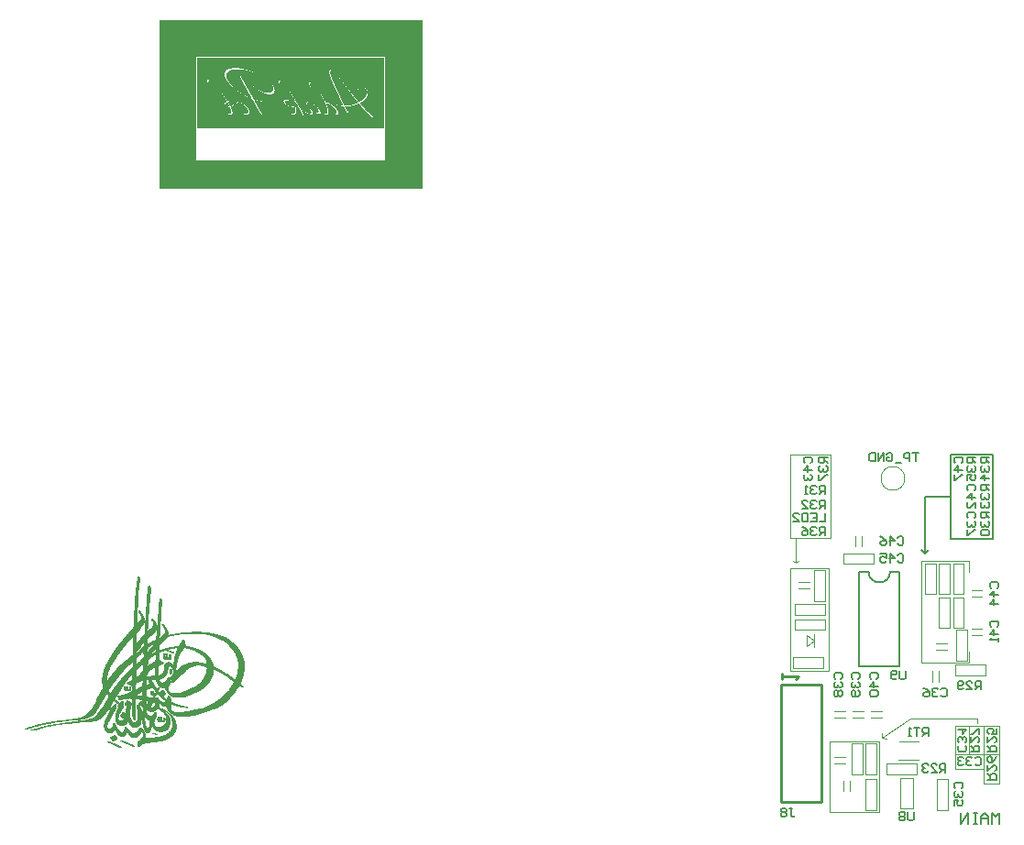
<source format=gbo>
G04*
G04 #@! TF.GenerationSoftware,Altium Limited,Altium Designer,22.2.1 (43)*
G04*
G04 Layer_Color=32896*
%FSLAX25Y25*%
%MOIN*%
G70*
G04*
G04 #@! TF.SameCoordinates,4EB9BB6F-69CC-4AE6-9B36-E95FEA1B1F0F*
G04*
G04*
G04 #@! TF.FilePolarity,Positive*
G04*
G01*
G75*
%ADD10C,0.00787*%
%ADD13C,0.00394*%
%ADD14C,0.00984*%
%ADD18C,0.01000*%
%ADD19C,0.00591*%
%ADD166C,0.00327*%
%ADD167C,0.00167*%
D10*
X323819Y94488D02*
G03*
X331693Y94488I3937J0D01*
G01*
X335084Y60050D02*
Y94488D01*
X320428Y60050D02*
X335084D01*
X331693Y94488D02*
X335084D01*
X320428Y60050D02*
Y94488D01*
X323819D01*
X371260Y2756D02*
Y6692D01*
X369948Y5380D01*
X368636Y6692D01*
Y2756D01*
X367324D02*
Y5380D01*
X366012Y6692D01*
X364700Y5380D01*
Y2756D01*
Y4724D01*
X367324D01*
X363388Y6692D02*
X362076D01*
X362732D01*
Y2756D01*
X363388D01*
X362076D01*
X360109D02*
Y6692D01*
X357485Y2756D01*
Y6692D01*
D13*
X337008Y128347D02*
G03*
X337008Y128347I-4331J0D01*
G01*
X295472Y58465D02*
X309252D01*
Y95669D01*
X295472Y58465D02*
Y95669D01*
X309252D01*
X297244Y97638D02*
X298228Y98425D01*
X296260D02*
X297244Y97638D01*
Y106693D01*
X310039D02*
Y137205D01*
X295276Y106693D02*
X310039D01*
X295276D02*
Y137205D01*
X310039D01*
X327756Y6890D02*
Y32874D01*
X309842Y6890D02*
X327756D01*
X309842D02*
Y32874D01*
X327756D01*
X328551Y34045D02*
X330368Y33751D01*
X328547Y34045D02*
X328841Y35863D01*
X328551Y34045D02*
X339104Y40945D01*
X363386D01*
Y39370D02*
Y40945D01*
X365551Y27953D02*
X371457D01*
X360236Y28150D02*
X360433Y27953D01*
X360236Y28150D02*
Y38386D01*
X355315Y27953D02*
X365551D01*
Y22638D02*
Y38386D01*
X371457Y17520D02*
Y18701D01*
X365551Y17520D02*
X371457D01*
X365551D02*
Y22638D01*
X355315D02*
X365551D01*
X355315D02*
Y38386D01*
X371457D01*
Y18701D02*
Y38386D01*
X311417Y24607D02*
X315354D01*
X311417Y26969D02*
X315354D01*
X317717Y20866D02*
X321654D01*
X317717D02*
Y31890D01*
X321654D01*
Y20866D02*
Y31890D01*
X322835Y20866D02*
X326772D01*
X322835D02*
Y31890D01*
X326772D01*
Y20866D02*
Y31890D01*
X314764Y14568D02*
Y18505D01*
X317126Y14568D02*
Y18505D01*
X322835Y7874D02*
X326772D01*
X322835D02*
Y18898D01*
X326772D01*
Y7874D02*
Y18898D01*
X335433Y8465D02*
Y19489D01*
X340158D01*
Y8465D02*
Y19489D01*
X335433Y8465D02*
X340158D01*
X348819Y7874D02*
Y18898D01*
Y7874D02*
X352756D01*
Y18898D01*
X348819D02*
X352756D01*
X341339Y20867D02*
Y24804D01*
X330315Y20867D02*
X341339D01*
X330315D02*
Y24804D01*
X341339D01*
X334835Y26194D02*
X341922D01*
X334850Y32863D02*
X341936D01*
X311417Y41339D02*
X315354D01*
X311417Y43701D02*
X315354D01*
X318110Y41339D02*
X322047D01*
X318110Y43701D02*
X322047D01*
X324803Y41339D02*
X328740D01*
X324803Y43701D02*
X328740D01*
X360236Y61417D02*
Y65354D01*
Y94291D02*
Y98228D01*
X343110Y61417D02*
X360236D01*
X343110D02*
Y98228D01*
X360236D01*
X355709Y62205D02*
X359646D01*
X355709D02*
Y73228D01*
X359646D01*
Y62205D02*
Y73228D01*
X348425Y68307D02*
X352362D01*
X348425Y65945D02*
X352362D01*
X349213Y54528D02*
Y58465D01*
X346850Y54528D02*
Y58465D01*
X366339Y56693D02*
Y60630D01*
X355315Y56693D02*
X366339D01*
X355315D02*
Y60630D01*
X366339D01*
X354528Y85039D02*
X358465D01*
Y74015D02*
Y85039D01*
X354528Y74015D02*
X358465D01*
X354528D02*
Y85039D01*
X349410Y74015D02*
Y85039D01*
Y74015D02*
X353346D01*
Y85039D01*
X349410D02*
X353346D01*
X361221Y73819D02*
X365158D01*
X361221Y71457D02*
X365158D01*
X361221Y85236D02*
X365158D01*
X361221Y87598D02*
X365158D01*
X354528Y97244D02*
X358465D01*
Y86220D02*
Y97244D01*
X354528Y86220D02*
X358465D01*
X354528D02*
Y97244D01*
X348228Y86221D02*
Y97245D01*
X344291D02*
X348228D01*
X344291Y86221D02*
Y97245D01*
Y86221D02*
X348228D01*
X349410D02*
X353346D01*
X349410D02*
Y97245D01*
X353346D01*
Y86221D02*
Y97245D01*
X296457Y59449D02*
Y63386D01*
X307481D01*
Y59449D02*
Y63386D01*
X296457Y59449D02*
X307481D01*
X301378Y67323D02*
X304134Y69291D01*
X301378Y67323D02*
Y71260D01*
X304134Y69291D01*
Y66929D02*
Y71654D01*
X297047Y73228D02*
Y77165D01*
X308071D01*
Y73228D02*
Y77165D01*
X297047Y73228D02*
X308071D01*
X297047Y78740D02*
Y82677D01*
X308071D01*
Y78740D02*
Y82677D01*
X297047Y78740D02*
X308071D01*
X298249Y88269D02*
X302186D01*
X298249Y90632D02*
X302186D01*
X304134Y83859D02*
X308071D01*
X304134D02*
Y94882D01*
X308071D01*
Y83859D02*
Y94882D01*
X314764Y101181D02*
X325788D01*
X314764Y97244D02*
Y101181D01*
Y97244D02*
X325788D01*
Y101181D01*
X321457Y103543D02*
Y107480D01*
X319094Y103543D02*
Y107480D01*
D14*
X292126Y10827D02*
Y53347D01*
Y10827D02*
X306693D01*
Y53347D01*
X292126D02*
X306693D01*
D18*
X292339Y55525D02*
Y57524D01*
Y56524D01*
X298337D01*
X297337Y55525D01*
D19*
X342913Y102362D02*
X344291Y100984D01*
Y100984D02*
X345669Y102362D01*
X344291Y100984D02*
Y121850D01*
X353543D01*
X369094Y106496D02*
Y137205D01*
X353543Y106496D02*
X369094D01*
X353543D02*
Y137205D01*
X369094D01*
X341929Y137729D02*
X339830D01*
X340880D01*
Y134580D01*
X338781D02*
Y137729D01*
X337206D01*
X336682Y137204D01*
Y136154D01*
X337206Y135629D01*
X338781D01*
X335632Y134055D02*
X333533D01*
X330384Y137204D02*
X330909Y137729D01*
X331959D01*
X332483Y137204D01*
Y135105D01*
X331959Y134580D01*
X330909D01*
X330384Y135105D01*
Y136154D01*
X331434D01*
X329335Y134580D02*
Y137729D01*
X327236Y134580D01*
Y137729D01*
X326186D02*
Y134580D01*
X324612D01*
X324087Y135105D01*
Y137204D01*
X324612Y137729D01*
X326186D01*
X337269Y58464D02*
Y55840D01*
X336745Y55316D01*
X335695D01*
X335170Y55840D01*
Y58464D01*
X334121Y55840D02*
X333596Y55316D01*
X332547D01*
X332022Y55840D01*
Y57939D01*
X332547Y58464D01*
X333596D01*
X334121Y57939D01*
Y57415D01*
X333596Y56890D01*
X332022D01*
X340222Y7086D02*
Y4462D01*
X339698Y3937D01*
X338648D01*
X338123Y4462D01*
Y7086D01*
X337074Y6561D02*
X336549Y7086D01*
X335499D01*
X334975Y6561D01*
Y6037D01*
X335499Y5512D01*
X334975Y4987D01*
Y4462D01*
X335499Y3937D01*
X336549D01*
X337074Y4462D01*
Y4987D01*
X336549Y5512D01*
X337074Y6037D01*
Y6561D01*
X336549Y5512D02*
X335499D01*
X345602Y34646D02*
Y37795D01*
X344028D01*
X343503Y37270D01*
Y36220D01*
X344028Y35696D01*
X345602D01*
X344553D02*
X343503Y34646D01*
X342454Y37795D02*
X340355D01*
X341404D01*
Y34646D01*
X339305D02*
X338256D01*
X338780D01*
Y37795D01*
X339305Y37270D01*
X308858Y136088D02*
X305709D01*
Y134514D01*
X306234Y133989D01*
X307283D01*
X307808Y134514D01*
Y136088D01*
Y135038D02*
X308858Y133989D01*
X306234Y132939D02*
X305709Y132414D01*
Y131365D01*
X306234Y130840D01*
X306759D01*
X307283Y131365D01*
Y131890D01*
Y131365D01*
X307808Y130840D01*
X308333D01*
X308858Y131365D01*
Y132414D01*
X308333Y132939D01*
X305709Y129791D02*
Y127692D01*
X306234D01*
X308333Y129791D01*
X308858D01*
X308004Y107678D02*
Y110826D01*
X306430D01*
X305905Y110301D01*
Y109252D01*
X306430Y108727D01*
X308004D01*
X306955D02*
X305905Y107678D01*
X304855Y110301D02*
X304331Y110826D01*
X303281D01*
X302756Y110301D01*
Y109777D01*
X303281Y109252D01*
X303806D01*
X303281D01*
X302756Y108727D01*
Y108202D01*
X303281Y107678D01*
X304331D01*
X304855Y108202D01*
X299608Y110826D02*
X300657Y110301D01*
X301707Y109252D01*
Y108202D01*
X301182Y107678D01*
X300133D01*
X299608Y108202D01*
Y108727D01*
X300133Y109252D01*
X301707D01*
X362795Y136088D02*
X359646D01*
Y134514D01*
X360171Y133989D01*
X361221D01*
X361745Y134514D01*
Y136088D01*
Y135038D02*
X362795Y133989D01*
X360171Y132939D02*
X359646Y132414D01*
Y131365D01*
X360171Y130840D01*
X360696D01*
X361221Y131365D01*
Y131890D01*
Y131365D01*
X361745Y130840D01*
X362270D01*
X362795Y131365D01*
Y132414D01*
X362270Y132939D01*
X359646Y127692D02*
Y129791D01*
X361221D01*
X360696Y128741D01*
Y128216D01*
X361221Y127692D01*
X362270D01*
X362795Y128216D01*
Y129266D01*
X362270Y129791D01*
X367716Y136088D02*
X364567D01*
Y134514D01*
X365092Y133989D01*
X366142D01*
X366667Y134514D01*
Y136088D01*
Y135038D02*
X367716Y133989D01*
X365092Y132939D02*
X364567Y132415D01*
Y131365D01*
X365092Y130840D01*
X365617D01*
X366142Y131365D01*
Y131890D01*
Y131365D01*
X366667Y130840D01*
X367191D01*
X367716Y131365D01*
Y132415D01*
X367191Y132939D01*
X367716Y128216D02*
X364567D01*
X366142Y129791D01*
Y127692D01*
X367716Y126049D02*
X364567D01*
Y124474D01*
X365092Y123950D01*
X366142D01*
X366667Y124474D01*
Y126049D01*
Y124999D02*
X367716Y123950D01*
X365092Y122900D02*
X364567Y122375D01*
Y121326D01*
X365092Y120801D01*
X365617D01*
X366142Y121326D01*
Y121850D01*
Y121326D01*
X366667Y120801D01*
X367191D01*
X367716Y121326D01*
Y122375D01*
X367191Y122900D01*
X365092Y119751D02*
X364567Y119227D01*
Y118177D01*
X365092Y117652D01*
X365617D01*
X366142Y118177D01*
Y118702D01*
Y118177D01*
X366667Y117652D01*
X367191D01*
X367716Y118177D01*
Y119227D01*
X367191Y119751D01*
X308004Y117323D02*
Y120472D01*
X306430D01*
X305905Y119947D01*
Y118898D01*
X306430Y118373D01*
X308004D01*
X306955D02*
X305905Y117323D01*
X304855Y119947D02*
X304331Y120472D01*
X303281D01*
X302756Y119947D01*
Y119422D01*
X303281Y118898D01*
X303806D01*
X303281D01*
X302756Y118373D01*
Y117848D01*
X303281Y117323D01*
X304331D01*
X304855Y117848D01*
X299608Y117323D02*
X301707D01*
X299608Y119422D01*
Y119947D01*
X300133Y120472D01*
X301182D01*
X301707Y119947D01*
X308004Y122638D02*
Y125787D01*
X306430D01*
X305905Y125262D01*
Y124213D01*
X306430Y123688D01*
X308004D01*
X306955D02*
X305905Y122638D01*
X304855Y125262D02*
X304331Y125787D01*
X303281D01*
X302756Y125262D01*
Y124737D01*
X303281Y124213D01*
X303806D01*
X303281D01*
X302756Y123688D01*
Y123163D01*
X303281Y122638D01*
X304331D01*
X304855Y123163D01*
X301707Y122638D02*
X300657D01*
X301182D01*
Y125787D01*
X301707Y125262D01*
X367716Y116009D02*
X364567D01*
Y114435D01*
X365092Y113910D01*
X366142D01*
X366667Y114435D01*
Y116009D01*
Y114960D02*
X367716Y113910D01*
X365092Y112861D02*
X364567Y112336D01*
Y111286D01*
X365092Y110761D01*
X365617D01*
X366142Y111286D01*
Y111811D01*
Y111286D01*
X366667Y110761D01*
X367191D01*
X367716Y111286D01*
Y112336D01*
X367191Y112861D01*
X365092Y109712D02*
X364567Y109187D01*
Y108138D01*
X365092Y107613D01*
X367191D01*
X367716Y108138D01*
Y109187D01*
X367191Y109712D01*
X365092D01*
X364631Y51575D02*
Y54724D01*
X363057D01*
X362532Y54199D01*
Y53150D01*
X363057Y52625D01*
X364631D01*
X363582D02*
X362532Y51575D01*
X359384D02*
X361483D01*
X359384Y53674D01*
Y54199D01*
X359908Y54724D01*
X360958D01*
X361483Y54199D01*
X358334Y52100D02*
X357809Y51575D01*
X356760D01*
X356235Y52100D01*
Y54199D01*
X356760Y54724D01*
X357809D01*
X358334Y54199D01*
Y53674D01*
X357809Y53150D01*
X356235D01*
X361024Y29070D02*
X364173D01*
Y30644D01*
X363648Y31169D01*
X362598D01*
X362074Y30644D01*
Y29070D01*
Y30119D02*
X361024Y31169D01*
Y34317D02*
Y32218D01*
X363123Y34317D01*
X363648D01*
X364173Y33792D01*
Y32743D01*
X363648Y32218D01*
X364173Y35367D02*
Y37466D01*
X363648D01*
X361549Y35367D01*
X361024D01*
X367126Y18833D02*
X370275D01*
Y20408D01*
X369750Y20932D01*
X368701D01*
X368176Y20408D01*
Y18833D01*
Y19883D02*
X367126Y20932D01*
Y24081D02*
Y21982D01*
X369226Y24081D01*
X369750D01*
X370275Y23556D01*
Y22507D01*
X369750Y21982D01*
X370275Y27230D02*
X369750Y26180D01*
X368701Y25131D01*
X367651D01*
X367126Y25655D01*
Y26705D01*
X367651Y27230D01*
X368176D01*
X368701Y26705D01*
Y25131D01*
X367126Y29070D02*
X370275D01*
Y30644D01*
X369750Y31169D01*
X368701D01*
X368176Y30644D01*
Y29070D01*
Y30119D02*
X367126Y31169D01*
Y34317D02*
Y32218D01*
X369226Y34317D01*
X369750D01*
X370275Y33792D01*
Y32743D01*
X369750Y32218D01*
X370275Y37466D02*
Y35367D01*
X368701D01*
X369226Y36416D01*
Y36941D01*
X368701Y37466D01*
X367651D01*
X367126Y36941D01*
Y35892D01*
X367651Y35367D01*
X351836Y21457D02*
Y24606D01*
X350262D01*
X349737Y24081D01*
Y23031D01*
X350262Y22507D01*
X351836D01*
X350786D02*
X349737Y21457D01*
X346588D02*
X348687D01*
X346588Y23556D01*
Y24081D01*
X347113Y24606D01*
X348163D01*
X348687Y24081D01*
X345539D02*
X345014Y24606D01*
X343964D01*
X343440Y24081D01*
Y23556D01*
X343964Y23031D01*
X344489D01*
X343964D01*
X343440Y22507D01*
Y21982D01*
X343964Y21457D01*
X345014D01*
X345539Y21982D01*
X308004Y115747D02*
Y112599D01*
X305905D01*
X302756Y115747D02*
X304855D01*
Y112599D01*
X302756D01*
X304855Y114173D02*
X303806D01*
X301707Y115747D02*
Y112599D01*
X300133D01*
X299608Y113124D01*
Y115223D01*
X300133Y115747D01*
X301707D01*
X296459Y112599D02*
X298558D01*
X296459Y114698D01*
Y115223D01*
X296984Y115747D01*
X298033D01*
X298558Y115223D01*
X295013Y8464D02*
X296062D01*
X295538D01*
Y5840D01*
X296062Y5316D01*
X296587D01*
X297112Y5840D01*
X293963Y7939D02*
X293439Y8464D01*
X292389D01*
X291864Y7939D01*
Y7414D01*
X292389Y6890D01*
X291864Y6365D01*
Y5840D01*
X292389Y5316D01*
X293439D01*
X293963Y5840D01*
Y6365D01*
X293439Y6890D01*
X293963Y7414D01*
Y7939D01*
X293439Y6890D02*
X292389D01*
X355447Y133989D02*
X354922Y134514D01*
Y135563D01*
X355447Y136088D01*
X357546D01*
X358070Y135563D01*
Y134514D01*
X357546Y133989D01*
X358070Y131365D02*
X354922D01*
X356496Y132939D01*
Y130840D01*
X354922Y129791D02*
Y127692D01*
X355447D01*
X357546Y129791D01*
X358070D01*
X334383Y106758D02*
X334907Y107283D01*
X335957D01*
X336482Y106758D01*
Y104659D01*
X335957Y104134D01*
X334907D01*
X334383Y104659D01*
X331759Y104134D02*
Y107283D01*
X333333Y105709D01*
X331234D01*
X328085Y107283D02*
X329135Y106758D01*
X330184Y105709D01*
Y104659D01*
X329660Y104134D01*
X328610D01*
X328085Y104659D01*
Y105184D01*
X328610Y105709D01*
X330184D01*
X334383Y100459D02*
X334907Y100984D01*
X335957D01*
X336482Y100459D01*
Y98360D01*
X335957Y97835D01*
X334907D01*
X334383Y98360D01*
X331759Y97835D02*
Y100984D01*
X333333Y99410D01*
X331234D01*
X328085Y100984D02*
X330184D01*
Y99410D01*
X329135Y99934D01*
X328610D01*
X328085Y99410D01*
Y98360D01*
X328610Y97835D01*
X329660D01*
X330184Y98360D01*
X368439Y88516D02*
X367914Y89041D01*
Y90091D01*
X368439Y90615D01*
X370538D01*
X371062Y90091D01*
Y89041D01*
X370538Y88516D01*
X371062Y85893D02*
X367914D01*
X369488Y87467D01*
Y85368D01*
X371062Y82744D02*
X367914D01*
X369488Y84318D01*
Y82219D01*
X300722Y133989D02*
X300197Y134514D01*
Y135563D01*
X300722Y136088D01*
X302821D01*
X303346Y135563D01*
Y134514D01*
X302821Y133989D01*
X303346Y131365D02*
X300197D01*
X301772Y132939D01*
Y130840D01*
X300722Y129791D02*
X300197Y129266D01*
Y128216D01*
X300722Y127692D01*
X301247D01*
X301772Y128216D01*
Y128741D01*
Y128216D01*
X302296Y127692D01*
X302821D01*
X303346Y128216D01*
Y129266D01*
X302821Y129791D01*
X360171Y123950D02*
X359646Y124474D01*
Y125524D01*
X360171Y126049D01*
X362270D01*
X362795Y125524D01*
Y124474D01*
X362270Y123950D01*
X362795Y121326D02*
X359646D01*
X361221Y122900D01*
Y120801D01*
X362795Y117652D02*
Y119751D01*
X360696Y117652D01*
X360171D01*
X359646Y118177D01*
Y119227D01*
X360171Y119751D01*
X368439Y74409D02*
X367914Y74934D01*
Y75983D01*
X368439Y76508D01*
X370538D01*
X371062Y75983D01*
Y74934D01*
X370538Y74409D01*
X371062Y71785D02*
X367914D01*
X369488Y73359D01*
Y71260D01*
X371062Y70211D02*
Y69161D01*
Y69686D01*
X367914D01*
X368439Y70211D01*
X324738Y55445D02*
X324213Y55970D01*
Y57020D01*
X324738Y57545D01*
X326837D01*
X327362Y57020D01*
Y55970D01*
X326837Y55445D01*
X327362Y52822D02*
X324213D01*
X325787Y54396D01*
Y52297D01*
X324738Y51247D02*
X324213Y50723D01*
Y49673D01*
X324738Y49148D01*
X326837D01*
X327362Y49673D01*
Y50723D01*
X326837Y51247D01*
X324738D01*
X318045Y55445D02*
X317520Y55970D01*
Y57020D01*
X318045Y57545D01*
X320144D01*
X320669Y57020D01*
Y55970D01*
X320144Y55445D01*
X318045Y54396D02*
X317520Y53871D01*
Y52822D01*
X318045Y52297D01*
X318570D01*
X319094Y52822D01*
Y53347D01*
Y52822D01*
X319619Y52297D01*
X320144D01*
X320669Y52822D01*
Y53871D01*
X320144Y54396D01*
Y51247D02*
X320669Y50723D01*
Y49673D01*
X320144Y49148D01*
X318045D01*
X317520Y49673D01*
Y50723D01*
X318045Y51247D01*
X318570D01*
X319094Y50723D01*
Y49148D01*
X311746Y55445D02*
X311221Y55970D01*
Y57020D01*
X311746Y57545D01*
X313845D01*
X314370Y57020D01*
Y55970D01*
X313845Y55445D01*
X311746Y54396D02*
X311221Y53871D01*
Y52822D01*
X311746Y52297D01*
X312270D01*
X312795Y52822D01*
Y53347D01*
Y52822D01*
X313320Y52297D01*
X313845D01*
X314370Y52822D01*
Y53871D01*
X313845Y54396D01*
X311746Y51247D02*
X311221Y50723D01*
Y49673D01*
X311746Y49148D01*
X312270D01*
X312795Y49673D01*
X313320Y49148D01*
X313845D01*
X314370Y49673D01*
Y50723D01*
X313845Y51247D01*
X313320D01*
X312795Y50723D01*
X312270Y51247D01*
X311746D01*
X312795Y50723D02*
Y49673D01*
X360171Y113910D02*
X359646Y114435D01*
Y115484D01*
X360171Y116009D01*
X362270D01*
X362795Y115484D01*
Y114435D01*
X362270Y113910D01*
X360171Y112861D02*
X359646Y112336D01*
Y111286D01*
X360171Y110761D01*
X360696D01*
X361221Y111286D01*
Y111811D01*
Y111286D01*
X361745Y110761D01*
X362270D01*
X362795Y111286D01*
Y112336D01*
X362270Y112861D01*
X359646Y109712D02*
Y107613D01*
X360171D01*
X362270Y109712D01*
X362795D01*
X350131Y51640D02*
X350655Y52165D01*
X351705D01*
X352230Y51640D01*
Y49541D01*
X351705Y49016D01*
X350655D01*
X350131Y49541D01*
X349081Y51640D02*
X348556Y52165D01*
X347507D01*
X346982Y51640D01*
Y51115D01*
X347507Y50591D01*
X348031D01*
X347507D01*
X346982Y50066D01*
Y49541D01*
X347507Y49016D01*
X348556D01*
X349081Y49541D01*
X343833Y52165D02*
X344883Y51640D01*
X345932Y50591D01*
Y49541D01*
X345408Y49016D01*
X344358D01*
X343833Y49541D01*
Y50066D01*
X344358Y50591D01*
X345932D01*
X355447Y15682D02*
X354922Y16206D01*
Y17256D01*
X355447Y17781D01*
X357546D01*
X358070Y17256D01*
Y16206D01*
X357546Y15682D01*
X355447Y14632D02*
X354922Y14107D01*
Y13058D01*
X355447Y12533D01*
X355971D01*
X356496Y13058D01*
Y13583D01*
Y13058D01*
X357021Y12533D01*
X357546D01*
X358070Y13058D01*
Y14107D01*
X357546Y14632D01*
X354922Y9385D02*
Y11484D01*
X356496D01*
X355971Y10434D01*
Y9909D01*
X356496Y9385D01*
X357546D01*
X358070Y9909D01*
Y10959D01*
X357546Y11484D01*
X358924Y31169D02*
X359448Y30644D01*
Y29594D01*
X358924Y29070D01*
X356824D01*
X356300Y29594D01*
Y30644D01*
X356824Y31169D01*
X358924Y32218D02*
X359448Y32743D01*
Y33792D01*
X358924Y34317D01*
X358399D01*
X357874Y33792D01*
Y33268D01*
Y33792D01*
X357349Y34317D01*
X356824D01*
X356300Y33792D01*
Y32743D01*
X356824Y32218D01*
X356300Y36941D02*
X359448D01*
X357874Y35367D01*
Y37466D01*
X362532Y26640D02*
X363057Y27165D01*
X364106D01*
X364631Y26640D01*
Y24541D01*
X364106Y24016D01*
X363057D01*
X362532Y24541D01*
X361483Y26640D02*
X360958Y27165D01*
X359908D01*
X359384Y26640D01*
Y26115D01*
X359908Y25591D01*
X360433D01*
X359908D01*
X359384Y25066D01*
Y24541D01*
X359908Y24016D01*
X360958D01*
X361483Y24541D01*
X358334Y26640D02*
X357809Y27165D01*
X356760D01*
X356235Y26640D01*
Y26115D01*
X356760Y25591D01*
X357284D01*
X356760D01*
X356235Y25066D01*
Y24541D01*
X356760Y24016D01*
X357809D01*
X358334Y24541D01*
D166*
X57874Y92550D02*
X58201D01*
X57874Y92223D02*
X58527D01*
X57874Y91896D02*
X58527D01*
X57874Y91570D02*
X58527D01*
X57874Y91243D02*
X58527D01*
X57547Y90917D02*
X58527D01*
X57547Y90590D02*
X58527D01*
X57547Y90264D02*
X58201D01*
X57547Y89937D02*
X58201D01*
X57547Y89610D02*
X58201D01*
X62120Y89284D02*
X62446D01*
X57547D02*
X58201D01*
X61793Y88957D02*
X62446D01*
X57547D02*
X58201D01*
X61793Y88631D02*
X62773D01*
X57221D02*
X58201D01*
X61793Y88304D02*
X62773D01*
X57221D02*
X58201D01*
X61793Y87978D02*
X62773D01*
X57221D02*
X58201D01*
X61793Y87651D02*
X62773D01*
X57221D02*
X57874D01*
X61793Y87324D02*
X62773D01*
X57221D02*
X57874D01*
X61793Y86998D02*
X62773D01*
X57221D02*
X57874D01*
X61793Y86671D02*
X62773D01*
X57221D02*
X57874D01*
X61466Y86345D02*
X62446D01*
X57221D02*
X57874D01*
X61466Y86018D02*
X62446D01*
X57221D02*
X57874D01*
X61466Y85691D02*
X62446D01*
X56894D02*
X57874D01*
X61466Y85365D02*
X62446D01*
X56894D02*
X57874D01*
X61466Y85038D02*
X62446D01*
X56894D02*
X57874D01*
X66039Y84712D02*
X66365D01*
X61466D02*
X62446D01*
X56894D02*
X57874D01*
X66039Y84385D02*
X66692D01*
X61466D02*
X62446D01*
X56894D02*
X57874D01*
X66039Y84059D02*
X66692D01*
X61466D02*
X62446D01*
X56894D02*
X57874D01*
X66039Y83732D02*
X66692D01*
X61466D02*
X62446D01*
X56894D02*
X57874D01*
X65712Y83405D02*
X66692D01*
X61466D02*
X62446D01*
X56894D02*
X57874D01*
X65712Y83079D02*
X66692D01*
X61466D02*
X62120D01*
X56894D02*
X57874D01*
X65712Y82752D02*
X66692D01*
X61466D02*
X62120D01*
X56894D02*
X57874D01*
X65712Y82426D02*
X66692D01*
X61466D02*
X62120D01*
X56894D02*
X57874D01*
X65712Y82099D02*
X66692D01*
X61466D02*
X62120D01*
X56894D02*
X57874D01*
X65712Y81773D02*
X66365D01*
X61140D02*
X62120D01*
X56894D02*
X57874D01*
X65712Y81446D02*
X66365D01*
X61140D02*
X62120D01*
X56894D02*
X57547D01*
X65712Y81119D02*
X66365D01*
X61140D02*
X62120D01*
X56894D02*
X57547D01*
X65712Y80793D02*
X66365D01*
X61140D02*
X62120D01*
X56894D02*
X57547D01*
X65712Y80466D02*
X66365D01*
X61140D02*
X62120D01*
X58201D02*
X58527D01*
X56568D02*
X57547D01*
X65712Y80140D02*
X66365D01*
X61140D02*
X62120D01*
X58201D02*
X59180D01*
X56568D02*
X57547D01*
X65712Y79813D02*
X66365D01*
X61140D02*
X62120D01*
X58201D02*
X59180D01*
X56568D02*
X57547D01*
X65712Y79487D02*
X66365D01*
X61140D02*
X62120D01*
X58527D02*
X59507D01*
X56568D02*
X57547D01*
X65385Y79160D02*
X66365D01*
X61140D02*
X61793D01*
X58854D02*
X59834D01*
X56568D02*
X57547D01*
X65385Y78833D02*
X66365D01*
X61140D02*
X61793D01*
X59180D02*
X59834D01*
X56568D02*
X57547D01*
X65385Y78507D02*
X66365D01*
X61140D02*
X61793D01*
X59507D02*
X60160D01*
X56568D02*
X57547D01*
X65385Y78180D02*
X66365D01*
X61140D02*
X61793D01*
X59507D02*
X60160D01*
X56568D02*
X57547D01*
X65385Y77854D02*
X66365D01*
X61140D02*
X61793D01*
X59507D02*
X60487D01*
X56568D02*
X57547D01*
X65385Y77527D02*
X66365D01*
X63099D02*
X63426D01*
X61140D02*
X61793D01*
X59507D02*
X60487D01*
X56568D02*
X57547D01*
X65385Y77200D02*
X66365D01*
X63099D02*
X63753D01*
X61140D02*
X61793D01*
X59180D02*
X60487D01*
X56568D02*
X57547D01*
X65385Y76874D02*
X66365D01*
X63099D02*
X64079D01*
X61140D02*
X61793D01*
X58854D02*
X60813D01*
X56568D02*
X57547D01*
X65385Y76547D02*
X66365D01*
X63426D02*
X64079D01*
X58527D02*
X61793D01*
X56568D02*
X57547D01*
X65385Y76221D02*
X66039D01*
X63753D02*
X64406D01*
X58201D02*
X61793D01*
X56568D02*
X57547D01*
X65385Y75894D02*
X66039D01*
X63753D02*
X64406D01*
X60813D02*
X61793D01*
X57874D02*
X60487D01*
X56568D02*
X57547D01*
X65385Y75568D02*
X66039D01*
X63753D02*
X64732D01*
X60813D02*
X61793D01*
X56568D02*
X60160D01*
X66692Y75241D02*
X67345D01*
X65385D02*
X66039D01*
X63753D02*
X64732D01*
X60813D02*
X61793D01*
X56568D02*
X60160D01*
X67018Y74914D02*
X67671D01*
X65059D02*
X66039D01*
X63753D02*
X64732D01*
X60813D02*
X61793D01*
X56568D02*
X59834D01*
X67345Y74588D02*
X67671D01*
X65059D02*
X66039D01*
X63426D02*
X64732D01*
X60813D02*
X61793D01*
X56568D02*
X59507D01*
X67345Y74261D02*
X67998D01*
X65059D02*
X66039D01*
X63426D02*
X64732D01*
X60813D02*
X61793D01*
X56241D02*
X59180D01*
X67671Y73935D02*
X68325D01*
X65059D02*
X66039D01*
X63099D02*
X64732D01*
X60813D02*
X61793D01*
X56241D02*
X58854D01*
X67671Y73608D02*
X68325D01*
X65059D02*
X66039D01*
X62446D02*
X64732D01*
X60813D02*
X61466D01*
X55914D02*
X58527D01*
X67998Y73281D02*
X68651D01*
X65059D02*
X66039D01*
X62120D02*
X64732D01*
X60813D02*
X61466D01*
X55588D02*
X58527D01*
X67998Y72955D02*
X68651D01*
X65059D02*
X66039D01*
X61793D02*
X64406D01*
X60813D02*
X61466D01*
X55261D02*
X58201D01*
X77795Y72628D02*
X81061D01*
X67998D02*
X68978D01*
X65059D02*
X66039D01*
X60813D02*
X64406D01*
X54935D02*
X57874D01*
X73550Y72302D02*
X84000D01*
X67998D02*
X68978D01*
X65059D02*
X66039D01*
X60813D02*
X64079D01*
X54608D02*
X57547D01*
X71590Y71975D02*
X85633D01*
X67671D02*
X68978D01*
X65059D02*
X66039D01*
X60813D02*
X63753D01*
X54608D02*
X57221D01*
X83021Y71649D02*
X86940D01*
X69631D02*
X72897D01*
X67345D02*
X68978D01*
X65059D02*
X66039D01*
X60487D02*
X63426D01*
X53955D02*
X57221D01*
X84327Y71322D02*
X87919D01*
X67018D02*
X70937D01*
X65059D02*
X66039D01*
X60160D02*
X63099D01*
X53955D02*
X57221D01*
X85307Y70995D02*
X88899D01*
X66692D02*
X69304D01*
X64732D02*
X65712D01*
X59834D02*
X62446D01*
X53628D02*
X57221D01*
X86286Y70669D02*
X89879D01*
X66365D02*
X68651D01*
X64732D02*
X65712D01*
X59507D02*
X62120D01*
X56241D02*
X57221D01*
X53302D02*
X55914D01*
X86940Y70342D02*
X90206D01*
X64732D02*
X68325D01*
X59180D02*
X61793D01*
X56241D02*
X57221D01*
X52975D02*
X55588D01*
X87593Y70016D02*
X90859D01*
X64732D02*
X67998D01*
X58854D02*
X61466D01*
X56241D02*
X57221D01*
X52649D02*
X55261D01*
X88246Y69689D02*
X91185D01*
X74203D02*
X74530D01*
X64406D02*
X67671D01*
X58527D02*
X61466D01*
X56241D02*
X57221D01*
X52649D02*
X54935D01*
X89226Y69362D02*
X91838D01*
X73877D02*
X74856D01*
X63426D02*
X67345D01*
X58201D02*
X61466D01*
X56241D02*
X57221D01*
X52322D02*
X54608D01*
X89552Y69036D02*
X92165D01*
X73877D02*
X74856D01*
X63099D02*
X67018D01*
X57874D02*
X61466D01*
X56241D02*
X57221D01*
X51996D02*
X54282D01*
X90206Y68709D02*
X92818D01*
X73550D02*
X74856D01*
X62446D02*
X66692D01*
X60487D02*
X61466D01*
X57547D02*
X60160D01*
X56241D02*
X57221D01*
X51669D02*
X53955D01*
X90532Y68383D02*
X93145D01*
X73223D02*
X74856D01*
X60487D02*
X66365D01*
X56241D02*
X59834D01*
X51342D02*
X53628D01*
X90859Y68056D02*
X93471D01*
X73223D02*
X75183D01*
X63753D02*
X66039D01*
X60487D02*
X63426D01*
X56241D02*
X59507D01*
X51016D02*
X53628D01*
X91185Y67730D02*
X93798D01*
X72897D02*
X75509D01*
X63753D02*
X65712D01*
X60487D02*
X62773D01*
X56241D02*
X59180D01*
X51016D02*
X53302D01*
X91512Y67403D02*
X94125D01*
X71264D02*
X76816D01*
X63426D02*
X65712D01*
X60160D02*
X62446D01*
X56241D02*
X59180D01*
X50689D02*
X52975D01*
X91838Y67076D02*
X94451D01*
X69304D02*
X78122D01*
X63099D02*
X65712D01*
X59834D02*
X61793D01*
X56241D02*
X58854D01*
X50363D02*
X52649D01*
X92165Y66750D02*
X94451D01*
X75836D02*
X79102D01*
X72244D02*
X74530D01*
X67998D02*
X71264D01*
X62773D02*
X65712D01*
X59507D02*
X61793D01*
X56241D02*
X58527D01*
X50036D02*
X52322D01*
X92492Y66423D02*
X94778D01*
X77142D02*
X80081D01*
X72244D02*
X74203D01*
X67018D02*
X69631D01*
X64732D02*
X65712D01*
X62446D02*
X64406D01*
X59180D02*
X61466D01*
X56241D02*
X58201D01*
X50036D02*
X52322D01*
X92818Y66097D02*
X95104D01*
X78122D02*
X80735D01*
X72244D02*
X74203D01*
X68651D02*
X68978D01*
X66039D02*
X68325D01*
X64732D02*
X65712D01*
X62120D02*
X64079D01*
X58527D02*
X61466D01*
X56241D02*
X57874D01*
X49709D02*
X51996D01*
X93145Y65770D02*
X95104D01*
X79102D02*
X81388D01*
X71917D02*
X73877D01*
X68651D02*
X69958D01*
X64732D02*
X67345D01*
X62120D02*
X63753D01*
X58527D02*
X61466D01*
X56241D02*
X57547D01*
X49383D02*
X51669D01*
X93145Y65443D02*
X95431D01*
X79428D02*
X81714D01*
X71917D02*
X73550D01*
X69631D02*
X70937D01*
X64406D02*
X66365D01*
X60160D02*
X63426D01*
X57874D02*
X59834D01*
X56241D02*
X57221D01*
X49383D02*
X51342D01*
X93471Y65117D02*
X95431D01*
X80081D02*
X82368D01*
X71917D02*
X73223D01*
X70284D02*
X70937D01*
X63753D02*
X65712D01*
X60160D02*
X63099D01*
X57547D02*
X59507D01*
X56241D02*
X57221D01*
X49056D02*
X51342D01*
X93798Y64790D02*
X95757D01*
X80735D02*
X82694D01*
X71590D02*
X73223D01*
X68325D02*
X68651D01*
X67345D02*
X67998D01*
X60160D02*
X65712D01*
X56241D02*
X59180D01*
X48730D02*
X51016D01*
X93798Y64464D02*
X95757D01*
X81061D02*
X83021D01*
X71590D02*
X72897D01*
X69304D02*
X69958D01*
X68325D02*
X68651D01*
X67345D02*
X67998D01*
X60487D02*
X65712D01*
X56241D02*
X58854D01*
X48730D02*
X50689D01*
X93798Y64137D02*
X96084D01*
X81714D02*
X83347D01*
X71590D02*
X72897D01*
X69304D02*
X69958D01*
X68325D02*
X68651D01*
X67345D02*
X67671D01*
X64732D02*
X65712D01*
X60487D02*
X63753D01*
X55588D02*
X58201D01*
X48403D02*
X50363D01*
X94125Y63811D02*
X96084D01*
X82041D02*
X83674D01*
X71264D02*
X72570D01*
X69304D02*
X69958D01*
X67998D02*
X68651D01*
X67345D02*
X67671D01*
X64732D02*
X65712D01*
X60487D02*
X63426D01*
X55261D02*
X57874D01*
X48403D02*
X50363D01*
X94125Y63484D02*
X96084D01*
X82368D02*
X84000D01*
X71264D02*
X72570D01*
X69304D02*
X69958D01*
X67998D02*
X68978D01*
X67345D02*
X67671D01*
X64732D02*
X65712D01*
X60160D02*
X62773D01*
X54935D02*
X57547D01*
X48077D02*
X50036D01*
X94451Y63157D02*
X96411D01*
X82694D02*
X84327D01*
X71264D02*
X72570D01*
X67345D02*
X69958D01*
X64732D02*
X65712D01*
X59834D02*
X62446D01*
X54608D02*
X57221D01*
X47750D02*
X50036D01*
X94451Y62831D02*
X96411D01*
X82694D02*
X84327D01*
X71264D02*
X72244D01*
X67671D02*
X69958D01*
X64732D02*
X65712D01*
X59507D02*
X62120D01*
X54282D02*
X57221D01*
X47750D02*
X49709D01*
X94451Y62504D02*
X96411D01*
X83021D02*
X84654D01*
X71264D02*
X72244D01*
X64406D02*
X66039D01*
X59180D02*
X61793D01*
X53628D02*
X57221D01*
X47423D02*
X49383D01*
X94451Y62178D02*
X96737D01*
X83021D02*
X84654D01*
X71264D02*
X72244D01*
X64406D02*
X66365D01*
X58854D02*
X61793D01*
X53302D02*
X57221D01*
X47423D02*
X49383D01*
X94778Y61851D02*
X96737D01*
X83021D02*
X84980D01*
X78122D02*
X80081D01*
X70937D02*
X72244D01*
X68978D02*
X69304D01*
X63753D02*
X67018D01*
X58201D02*
X61793D01*
X56241D02*
X57221D01*
X52975D02*
X55914D01*
X47097D02*
X49056D01*
X94778Y61524D02*
X96737D01*
X83021D02*
X84980D01*
X76489D02*
X81714D01*
X70937D02*
X71917D01*
X68325D02*
X69958D01*
X63426D02*
X67345D01*
X57874D02*
X61793D01*
X56241D02*
X57221D01*
X52649D02*
X55588D01*
X47097D02*
X48730D01*
X94778Y61198D02*
X96737D01*
X75836D02*
X85307D01*
X70937D02*
X71917D01*
X67998D02*
X70284D01*
X62773D02*
X67018D01*
X57547D02*
X61793D01*
X56241D02*
X57221D01*
X52322D02*
X55261D01*
X46770D02*
X48730D01*
X94778Y60871D02*
X96737D01*
X74856D02*
X85307D01*
X71264D02*
X71917D01*
X67998D02*
X70611D01*
X62446D02*
X66365D01*
X60160D02*
X61466D01*
X56241D02*
X59834D01*
X51996D02*
X54935D01*
X46770D02*
X48403D01*
X94778Y60545D02*
X96737D01*
X74530D02*
X85307D01*
X71264D02*
X71917D01*
X67671D02*
X70937D01*
X62120D02*
X66039D01*
X60160D02*
X61466D01*
X56241D02*
X59507D01*
X51669D02*
X54608D01*
X46444D02*
X48403D01*
X94778Y60218D02*
X96737D01*
X81061D02*
X85307D01*
X73877D02*
X79102D01*
X71264D02*
X71917D01*
X67671D02*
X70937D01*
X61793D02*
X65712D01*
X60160D02*
X61466D01*
X56241D02*
X58854D01*
X51342D02*
X54282D01*
X46444D02*
X48077D01*
X94778Y59892D02*
X96737D01*
X82368D02*
X85633D01*
X73550D02*
X78122D01*
X69958D02*
X71917D01*
X67671D02*
X69304D01*
X60160D02*
X65385D01*
X56241D02*
X58527D01*
X51016D02*
X53955D01*
X46444D02*
X48077D01*
X94778Y59565D02*
X96737D01*
X83021D02*
X86286D01*
X73223D02*
X77142D01*
X70284D02*
X71917D01*
X67671D02*
X68978D01*
X60160D02*
X65385D01*
X55914D02*
X58201D01*
X50689D02*
X53628D01*
X46117D02*
X47750D01*
X94778Y59238D02*
X96737D01*
X83347D02*
X86940D01*
X72897D02*
X76489D01*
X70611D02*
X71590D01*
X67671D02*
X68978D01*
X64406D02*
X65385D01*
X60160D02*
X63426D01*
X55588D02*
X57874D01*
X50363D02*
X53302D01*
X46117D02*
X47750D01*
X94451Y58912D02*
X96737D01*
X83021D02*
X87593D01*
X72570D02*
X76162D01*
X70611D02*
X71590D01*
X69631D02*
X70284D01*
X67671D02*
X68978D01*
X64406D02*
X65385D01*
X60160D02*
X63099D01*
X55261D02*
X57547D01*
X50363D02*
X52975D01*
X45790D02*
X47750D01*
X94451Y58585D02*
X96737D01*
X86286D02*
X88246D01*
X83021D02*
X85307D01*
X71917D02*
X75509D01*
X70937D02*
X71590D01*
X69631D02*
X70284D01*
X67671D02*
X68651D01*
X64406D02*
X65385D01*
X60160D02*
X62446D01*
X54935D02*
X57221D01*
X50036D02*
X52649D01*
X45790D02*
X47423D01*
X94451Y58259D02*
X96737D01*
X86940D02*
X88573D01*
X83021D02*
X85307D01*
X70937D02*
X75183D01*
X69631D02*
X70284D01*
X67345D02*
X68651D01*
X64406D02*
X65385D01*
X59834D02*
X62120D01*
X54608D02*
X57221D01*
X49709D02*
X52649D01*
X45790D02*
X47423D01*
X94451Y57932D02*
X96411D01*
X87593D02*
X89226D01*
X83021D02*
X85307D01*
X70937D02*
X74856D01*
X69631D02*
X70284D01*
X67345D02*
X68651D01*
X64406D02*
X65385D01*
X59507D02*
X61793D01*
X54282D02*
X57221D01*
X49383D02*
X52322D01*
X45790D02*
X47097D01*
X94451Y57606D02*
X96411D01*
X88246D02*
X89552D01*
X83021D02*
X85307D01*
X70937D02*
X74530D01*
X69631D02*
X70284D01*
X67018D02*
X68651D01*
X64406D02*
X65385D01*
X59180D02*
X61793D01*
X53955D02*
X57221D01*
X49056D02*
X51996D01*
X45464D02*
X47097D01*
X94451Y57279D02*
X96411D01*
X88899D02*
X90532D01*
X82694D02*
X85307D01*
X70611D02*
X74203D01*
X69631D02*
X69958D01*
X66692D02*
X68325D01*
X64406D02*
X65385D01*
X58854D02*
X61466D01*
X53628D02*
X57221D01*
X48730D02*
X51669D01*
X45464D02*
X47097D01*
X94125Y56952D02*
X96411D01*
X89226D02*
X90859D01*
X82694D02*
X85307D01*
X70611D02*
X73550D01*
X66039D02*
X68325D01*
X64406D02*
X65385D01*
X58527D02*
X61466D01*
X55914D02*
X57221D01*
X53302D02*
X55588D01*
X48730D02*
X51342D01*
X45464D02*
X47097D01*
X94125Y56626D02*
X96411D01*
X89879D02*
X91512D01*
X82368D02*
X84980D01*
X70284D02*
X73223D01*
X63099D02*
X67998D01*
X58201D02*
X61140D01*
X55914D02*
X57221D01*
X52975D02*
X55261D01*
X48403D02*
X51016D01*
X45464D02*
X46770D01*
X94125Y56299D02*
X96084D01*
X90532D02*
X92165D01*
X82368D02*
X84980D01*
X69958D02*
X72897D01*
X57547D02*
X67671D01*
X55914D02*
X57221D01*
X52649D02*
X54935D01*
X48077D02*
X51016D01*
X45464D02*
X46770D01*
X93798Y55973D02*
X96084D01*
X90859D02*
X92492D01*
X82041D02*
X84654D01*
X69958D02*
X72570D01*
X68978D02*
X69631D01*
X55914D02*
X67345D01*
X52322D02*
X54608D01*
X47750D02*
X50689D01*
X45137D02*
X46770D01*
X93798Y55646D02*
X96084D01*
X91512D02*
X92818D01*
X82041D02*
X84654D01*
X69958D02*
X72244D01*
X68651D02*
X69631D01*
X55914D02*
X66692D01*
X51996D02*
X54282D01*
X47423D02*
X50363D01*
X45137D02*
X46770D01*
X91838Y55319D02*
X95757D01*
X81714D02*
X84327D01*
X69958D02*
X71917D01*
X68651D02*
X69631D01*
X55914D02*
X66039D01*
X51996D02*
X54282D01*
X47423D02*
X50036D01*
X45137D02*
X46770D01*
X92492Y54993D02*
X95757D01*
X81388D02*
X84327D01*
X70284D02*
X71590D01*
X68325D02*
X69631D01*
X64732D02*
X65712D01*
X62120D02*
X63099D01*
X55588D02*
X61140D01*
X51669D02*
X53955D01*
X47097D02*
X50036D01*
X45137D02*
X46770D01*
X92818Y54666D02*
X95757D01*
X81388D02*
X84000D01*
X70284D02*
X71264D01*
X67998D02*
X69958D01*
X64732D02*
X66039D01*
X62120D02*
X63099D01*
X60160D02*
X61140D01*
X54935D02*
X58854D01*
X51342D02*
X53628D01*
X45137D02*
X49709D01*
X93145Y54340D02*
X95431D01*
X81061D02*
X84000D01*
X70284D02*
X70937D01*
X67345D02*
X69958D01*
X65059D02*
X66365D01*
X62120D02*
X63426D01*
X60160D02*
X61140D01*
X54282D02*
X58201D01*
X51016D02*
X53302D01*
X45137D02*
X49383D01*
X92818Y54013D02*
X95431D01*
X80735D02*
X83674D01*
X65059D02*
X69631D01*
X62446D02*
X63753D01*
X59834D02*
X61140D01*
X53955D02*
X57221D01*
X50689D02*
X53302D01*
X45137D02*
X49056D01*
X92818Y53687D02*
X95431D01*
X80081D02*
X83347D01*
X65385D02*
X69631D01*
X62120D02*
X63753D01*
X59834D02*
X61140D01*
X54282D02*
X57221D01*
X50689D02*
X52975D01*
X45464D02*
X48730D01*
X92492Y53360D02*
X95757D01*
X79755D02*
X83021D01*
X65385D02*
X69304D01*
X59834D02*
X64079D01*
X54935D02*
X56894D01*
X50363D02*
X52649D01*
X45464D02*
X48730D01*
X95104Y53033D02*
X96084D01*
X92165D02*
X94778D01*
X79428D02*
X82694D01*
X65712D02*
X69304D01*
X59834D02*
X64079D01*
X55588D02*
X56894D01*
X50036D02*
X52649D01*
X45464D02*
X48403D01*
X95757Y52707D02*
X96411D01*
X92165D02*
X94778D01*
X78775D02*
X82368D01*
X66039D02*
X68978D01*
X59180D02*
X64406D01*
X55914D02*
X56894D01*
X54935D02*
X55261D01*
X53955D02*
X54282D01*
X52975D02*
X53628D01*
X49709D02*
X52322D01*
X45464D02*
X48077D01*
X91838Y52380D02*
X94451D01*
X77795D02*
X82041D01*
X66692D02*
X68978D01*
X65385D02*
X66039D01*
X58201D02*
X64732D01*
X55914D02*
X56894D01*
X54935D02*
X55261D01*
X53955D02*
X54282D01*
X52975D02*
X53628D01*
X49383D02*
X51996D01*
X45464D02*
X48077D01*
X91512Y52054D02*
X94125D01*
X77142D02*
X81714D01*
X67998D02*
X68978D01*
X65059D02*
X65712D01*
X63753D02*
X64732D01*
X57874D02*
X62446D01*
X55914D02*
X56894D01*
X54935D02*
X55261D01*
X52975D02*
X54282D01*
X49383D02*
X51996D01*
X45464D02*
X47750D01*
X91185Y51727D02*
X93798D01*
X76489D02*
X81061D01*
X67998D02*
X68978D01*
X64079D02*
X65712D01*
X55914D02*
X61466D01*
X52975D02*
X55261D01*
X49056D02*
X51669D01*
X45137D02*
X47423D01*
X91185Y51401D02*
X93798D01*
X75836D02*
X80735D01*
X68325D02*
X68978D01*
X66692D02*
X67345D01*
X64406D02*
X65385D01*
X55914D02*
X61140D01*
X53302D02*
X55261D01*
X48730D02*
X51669D01*
X44811D02*
X47423D01*
X90532Y51074D02*
X93471D01*
X74530D02*
X80081D01*
X68651D02*
X69304D01*
X66365D02*
X67671D01*
X64406D02*
X65385D01*
X62773D02*
X63753D01*
X59834D02*
X61140D01*
X55588D02*
X59507D01*
X48730D02*
X51342D01*
X44811D02*
X47423D01*
X90206Y50747D02*
X93471D01*
X73877D02*
X79428D01*
X68651D02*
X69631D01*
X64732D02*
X67671D01*
X62773D02*
X63753D01*
X59834D02*
X61140D01*
X54935D02*
X59180D01*
X48403D02*
X51016D01*
X44484D02*
X47750D01*
X89879Y50421D02*
X93145D01*
X68978D02*
X78449D01*
X62773D02*
X67998D01*
X59834D02*
X61140D01*
X54282D02*
X58527D01*
X48077D02*
X51016D01*
X44484D02*
X47750D01*
X89552Y50094D02*
X92818D01*
X69304D02*
X77795D01*
X65385D02*
X67998D01*
X62773D02*
X65059D01*
X59834D02*
X61140D01*
X53302D02*
X57874D01*
X47097D02*
X50689D01*
X44158D02*
X46770D01*
X89226Y49768D02*
X92492D01*
X69631D02*
X77142D01*
X65712D02*
X67671D01*
X63099D02*
X64732D01*
X59834D02*
X61140D01*
X51996D02*
X57547D01*
X47423D02*
X50363D01*
X44158D02*
X46444D01*
X88899Y49441D02*
X92165D01*
X69958D02*
X76162D01*
X68978D02*
X69304D01*
X66039D02*
X67345D01*
X63753D02*
X64406D01*
X50689D02*
X61140D01*
X47423D02*
X50363D01*
X43831D02*
X46117D01*
X88573Y49115D02*
X91838D01*
X70611D02*
X75183D01*
X68978D02*
X69631D01*
X66365D02*
X67345D01*
X63753D02*
X64079D01*
X50689D02*
X61793D01*
X47423D02*
X50036D01*
X43505D02*
X46117D01*
X88246Y48788D02*
X91512D01*
X68651D02*
X69631D01*
X66692D02*
X67671D01*
X51016D02*
X65385D01*
X47423D02*
X49709D01*
X43505D02*
X45790D01*
X87919Y48461D02*
X91185D01*
X68651D02*
X69958D01*
X67018D02*
X67998D01*
X55261D02*
X65385D01*
X51016D02*
X54608D01*
X47097D02*
X49709D01*
X43178D02*
X45790D01*
X87266Y48135D02*
X90859D01*
X67345D02*
X69958D01*
X58527D02*
X65712D01*
X55914D02*
X56894D01*
X51016D02*
X52322D01*
X47097D02*
X49709D01*
X43178D02*
X45464D01*
X86940Y47808D02*
X90532D01*
X67998D02*
X69958D01*
X59834D02*
X66039D01*
X55914D02*
X56894D01*
X53955D02*
X54282D01*
X46770D02*
X50363D01*
X42851D02*
X45137D01*
X86286Y47482D02*
X90206D01*
X67998D02*
X69958D01*
X61793D02*
X66692D01*
X59834D02*
X61140D01*
X58854D02*
X59507D01*
X55914D02*
X56894D01*
X53955D02*
X54935D01*
X51996D02*
X52649D01*
X49709D02*
X50689D01*
X46444D02*
X49056D01*
X42851D02*
X45137D01*
X85960Y47155D02*
X89879D01*
X61793D02*
X70611D01*
X58527D02*
X61140D01*
X55914D02*
X56894D01*
X54282D02*
X55261D01*
X53628D02*
X53955D01*
X51669D02*
X52649D01*
X50036D02*
X51016D01*
X46444D02*
X48730D01*
X42525D02*
X44811D01*
X85307Y46828D02*
X89226D01*
X66039D02*
X71264D01*
X64406D02*
X65712D01*
X61793D02*
X63426D01*
X58201D02*
X61140D01*
X55914D02*
X56894D01*
X54282D02*
X55588D01*
X53302D02*
X53955D01*
X50363D02*
X52649D01*
X46117D02*
X48730D01*
X42525D02*
X44811D01*
X84654Y46502D02*
X88899D01*
X66365D02*
X72244D01*
X64406D02*
X65712D01*
X61466D02*
X63099D01*
X58201D02*
X61140D01*
X55914D02*
X56894D01*
X54282D02*
X55588D01*
X53302D02*
X53955D01*
X51016D02*
X52649D01*
X49709D02*
X50036D01*
X46117D02*
X48403D01*
X42198D02*
X44484D01*
X84000Y46175D02*
X88573D01*
X70937D02*
X73223D01*
X66692D02*
X69958D01*
X64406D02*
X65712D01*
X61466D02*
X63099D01*
X58527D02*
X61140D01*
X57547D02*
X58201D01*
X55914D02*
X56894D01*
X53955D02*
X55588D01*
X53302D02*
X53628D01*
X51016D02*
X52649D01*
X49383D02*
X50036D01*
X45790D02*
X48403D01*
X41872D02*
X44158D01*
X83347Y45849D02*
X87919D01*
X71917D02*
X74530D01*
X67018D02*
X69958D01*
X64079D02*
X65712D01*
X61466D02*
X62773D01*
X59507D02*
X61140D01*
X57547D02*
X58527D01*
X55914D02*
X56894D01*
X53955D02*
X55261D01*
X50689D02*
X52649D01*
X49056D02*
X50036D01*
X45790D02*
X48077D01*
X41872D02*
X44158D01*
X82694Y45522D02*
X87266D01*
X73223D02*
X76162D01*
X68325D02*
X69958D01*
X63753D02*
X65712D01*
X61466D02*
X62773D01*
X59834D02*
X61140D01*
X57547D02*
X58527D01*
X55914D02*
X56894D01*
X53955D02*
X55261D01*
X51016D02*
X52649D01*
X48730D02*
X50036D01*
X45464D02*
X48077D01*
X41545D02*
X43831D01*
X82041Y45195D02*
X86940D01*
X75836D02*
X76162D01*
X68651D02*
X69958D01*
X61466D02*
X66039D01*
X60160D02*
X61140D01*
X57547D02*
X58854D01*
X55914D02*
X56894D01*
X53955D02*
X55261D01*
X51016D02*
X52649D01*
X48403D02*
X50036D01*
X45137D02*
X48077D01*
X41545D02*
X43831D01*
X81061Y44869D02*
X85960D01*
X68651D02*
X69958D01*
X61466D02*
X66692D01*
X60160D02*
X61140D01*
X57547D02*
X59180D01*
X55914D02*
X56894D01*
X53955D02*
X55261D01*
X51016D02*
X52322D01*
X48077D02*
X50036D01*
X45137D02*
X47750D01*
X41218D02*
X43505D01*
X80081Y44542D02*
X85307D01*
X68651D02*
X69958D01*
X65385D02*
X67018D01*
X60160D02*
X65059D01*
X57547D02*
X59180D01*
X55914D02*
X56894D01*
X53628D02*
X54935D01*
X50689D02*
X52322D01*
X47750D02*
X50036D01*
X44811D02*
X47423D01*
X41218D02*
X43178D01*
X78449Y44216D02*
X84654D01*
X68978D02*
X69958D01*
X66039D02*
X67671D01*
X60160D02*
X64732D01*
X57874D02*
X59507D01*
X55914D02*
X56894D01*
X53628D02*
X54935D01*
X50689D02*
X51996D01*
X47750D02*
X49709D01*
X44484D02*
X47423D01*
X40892D02*
X43178D01*
X77142Y43889D02*
X84000D01*
X68978D02*
X70284D01*
X66365D02*
X67998D01*
X61793D02*
X64406D01*
X60160D02*
X61140D01*
X57874D02*
X59507D01*
X55914D02*
X56894D01*
X53628D02*
X54935D01*
X50363D02*
X51996D01*
X48077D02*
X49709D01*
X44484D02*
X47097D01*
X40565D02*
X42851D01*
X74856Y43563D02*
X83021D01*
X69304D02*
X70937D01*
X66692D02*
X68651D01*
X62446D02*
X63753D01*
X60160D02*
X61140D01*
X57874D02*
X59834D01*
X55914D02*
X56894D01*
X53628D02*
X54935D01*
X50363D02*
X51669D01*
X47750D02*
X49383D01*
X44158D02*
X46770D01*
X40239D02*
X42525D01*
X69631Y43236D02*
X82041D01*
X68651D02*
X68978D01*
X67345D02*
X67998D01*
X64079D02*
X64732D01*
X60160D02*
X61140D01*
X57874D02*
X59834D01*
X55914D02*
X56894D01*
X53628D02*
X54935D01*
X52322D02*
X52975D01*
X50363D02*
X51669D01*
X47750D02*
X49056D01*
X43831D02*
X46444D01*
X39912D02*
X42525D01*
X69958Y42909D02*
X81061D01*
X68978D02*
X69304D01*
X67671D02*
X68325D01*
X64079D02*
X64732D01*
X57874D02*
X61466D01*
X55914D02*
X56894D01*
X53302D02*
X54935D01*
X52322D02*
X52975D01*
X50036D02*
X51342D01*
X47423D02*
X49056D01*
X43505D02*
X46444D01*
X39586D02*
X42198D01*
X70611Y42583D02*
X80081D01*
X69304D02*
X69958D01*
X67671D02*
X68651D01*
X63753D02*
X64732D01*
X60487D02*
X61466D01*
X57874D02*
X60160D01*
X55914D02*
X56894D01*
X53302D02*
X54935D01*
X51996D02*
X52975D01*
X50036D02*
X51016D01*
X47423D02*
X48730D01*
X43505D02*
X46117D01*
X39259D02*
X41872D01*
X70937Y42256D02*
X79102D01*
X69631D02*
X70284D01*
X67998D02*
X68978D01*
X63426D02*
X64732D01*
X60487D02*
X62120D01*
X57874D02*
X60160D01*
X55914D02*
X56894D01*
X53302D02*
X54935D01*
X51669D02*
X52975D01*
X50036D02*
X51016D01*
X47097D02*
X48730D01*
X43178D02*
X45790D01*
X38932D02*
X41545D01*
X71917Y41930D02*
X77142D01*
X69958D02*
X70611D01*
X68325D02*
X69304D01*
X59507D02*
X64732D01*
X57874D02*
X59180D01*
X55914D02*
X56894D01*
X53302D02*
X54935D01*
X51669D02*
X52975D01*
X50036D02*
X51016D01*
X47097D02*
X48403D01*
X42525D02*
X45464D01*
X38279D02*
X40892D01*
X69958Y41603D02*
X70611D01*
X68325D02*
X69304D01*
X66039D02*
X66692D01*
X65385D02*
X65712D01*
X60813D02*
X64732D01*
X59507D02*
X60487D01*
X57874D02*
X59180D01*
X56241D02*
X56894D01*
X53302D02*
X54935D01*
X51996D02*
X52975D01*
X50036D02*
X51016D01*
X46770D02*
X48403D01*
X42198D02*
X45137D01*
X37626D02*
X40239D01*
X70284Y41276D02*
X70937D01*
X68325D02*
X69631D01*
X67345D02*
X67671D01*
X66039D02*
X66692D01*
X65385D02*
X65712D01*
X61140D02*
X64406D01*
X59507D02*
X60487D01*
X57874D02*
X59180D01*
X56241D02*
X56894D01*
X52975D02*
X55261D01*
X52322D02*
X52649D01*
X50036D02*
X50689D01*
X46770D02*
X48077D01*
X41545D02*
X44811D01*
X36320D02*
X39586D01*
X70284Y40950D02*
X71264D01*
X68325D02*
X69631D01*
X67345D02*
X67998D01*
X66039D02*
X66692D01*
X65059D02*
X65712D01*
X61466D02*
X64406D01*
X59507D02*
X60487D01*
X57874D02*
X59180D01*
X56241D02*
X56894D01*
X52975D02*
X55261D01*
X50036D02*
X50689D01*
X46444D02*
X48077D01*
X40239D02*
X44484D01*
X34360D02*
X38606D01*
X70284Y40623D02*
X71264D01*
X68325D02*
X69631D01*
X67345D02*
X67998D01*
X66039D02*
X66692D01*
X65059D02*
X65712D01*
X61793D02*
X64079D01*
X59507D02*
X60487D01*
X57874D02*
X59180D01*
X56568D02*
X56894D01*
X52649D02*
X55588D01*
X50036D02*
X51016D01*
X46444D02*
X47750D01*
X38932D02*
X43831D01*
X32074D02*
X36973D01*
X70284Y40297D02*
X71590D01*
X68325D02*
X69631D01*
X65385D02*
X67671D01*
X62446D02*
X64079D01*
X59834D02*
X60487D01*
X57547D02*
X59180D01*
X50036D02*
X55588D01*
X46117D02*
X47750D01*
X36320D02*
X42851D01*
X28808D02*
X32727D01*
X70611Y39970D02*
X71590D01*
X68325D02*
X69631D01*
X66692D02*
X67671D01*
X65385D02*
X66365D01*
X62446D02*
X64079D01*
X59834D02*
X60813D01*
X57221D02*
X59180D01*
X54608D02*
X55914D01*
X50036D02*
X54282D01*
X46117D02*
X47423D01*
X34034D02*
X41218D01*
X26849D02*
X30441D01*
X70611Y39644D02*
X71590D01*
X68325D02*
X69631D01*
X62446D02*
X63753D01*
X59834D02*
X60813D01*
X54608D02*
X59180D01*
X50363D02*
X53955D01*
X46117D02*
X47097D01*
X31748D02*
X36646D01*
X24563D02*
X27829D01*
X70611Y39317D02*
X71590D01*
X67998D02*
X69631D01*
X62446D02*
X64079D01*
X59834D02*
X60813D01*
X54935D02*
X58854D01*
X50363D02*
X53955D01*
X49056D02*
X49709D01*
X46117D02*
X47097D01*
X29788D02*
X34034D01*
X23257D02*
X26196D01*
X70611Y38991D02*
X71917D01*
X67671D02*
X69631D01*
X62446D02*
X64079D01*
X60160D02*
X60813D01*
X54935D02*
X58854D01*
X50689D02*
X53628D01*
X49056D02*
X49709D01*
X45790D02*
X47097D01*
X27502D02*
X30441D01*
X21624D02*
X24236D01*
X70611Y38664D02*
X71917D01*
X67345D02*
X69304D01*
X62446D02*
X64079D01*
X60160D02*
X60813D01*
X55261D02*
X58527D01*
X51342D02*
X52975D01*
X49056D02*
X50036D01*
X45790D02*
X46770D01*
X25216D02*
X28155D01*
X20644D02*
X22603D01*
X70611Y38337D02*
X71917D01*
X66692D02*
X69304D01*
X63426D02*
X64406D01*
X62446D02*
X63099D01*
X60160D02*
X61140D01*
X55588D02*
X58201D01*
X49056D02*
X50036D01*
X45790D02*
X46770D01*
X23910D02*
X26196D01*
X19664D02*
X21624D01*
X70611Y38011D02*
X71917D01*
X63753D02*
X69304D01*
X62120D02*
X63099D01*
X60160D02*
X61140D01*
X55914D02*
X57547D01*
X53302D02*
X53628D01*
X48730D02*
X50363D01*
X45790D02*
X46770D01*
X22603D02*
X24236D01*
X18358D02*
X19991D01*
X70284Y37684D02*
X71917D01*
X63753D02*
X68978D01*
X61793D02*
X62773D01*
X60487D02*
X61466D01*
X58527D02*
X59507D01*
X53302D02*
X53955D01*
X48403D02*
X50363D01*
X46117D02*
X47097D01*
X21624D02*
X23257D01*
X17705D02*
X19338D01*
X70284Y37358D02*
X71917D01*
X64079D02*
X68978D01*
X60487D02*
X62773D01*
X58201D02*
X59834D01*
X53302D02*
X54282D01*
X46117D02*
X50689D01*
X20317D02*
X22277D01*
X17051D02*
X18031D01*
X69958Y37031D02*
X71590D01*
X64406D02*
X68651D01*
X60487D02*
X62773D01*
X58201D02*
X60160D01*
X52975D02*
X54608D01*
X46117D02*
X51016D01*
X19011D02*
X21297D01*
X69958Y36704D02*
X71590D01*
X64732D02*
X67998D01*
X60813D02*
X62446D01*
X57874D02*
X60160D01*
X52975D02*
X54935D01*
X50036D02*
X51342D01*
X46444D02*
X49383D01*
X69304Y36378D02*
X71590D01*
X65712D02*
X67018D01*
X60813D02*
X62446D01*
X57547D02*
X60487D01*
X52649D02*
X55261D01*
X50363D02*
X51669D01*
X46770D02*
X49056D01*
X69304Y36051D02*
X71264D01*
X61140D02*
X62120D01*
X59834D02*
X60487D01*
X56894D02*
X59180D01*
X54282D02*
X55588D01*
X50363D02*
X53955D01*
X47097D02*
X48730D01*
X68651Y35725D02*
X70937D01*
X63426D02*
X64406D01*
X60160D02*
X60813D01*
X54608D02*
X58854D01*
X50689D02*
X53628D01*
X68325Y35398D02*
X70937D01*
X64406D02*
X65059D01*
X60160D02*
X60813D01*
X54608D02*
X58527D01*
X50689D02*
X53628D01*
X67345Y35072D02*
X70611D01*
X60160D02*
X60813D01*
X54935D02*
X58201D01*
X51016D02*
X53302D01*
X49383D02*
X49709D01*
X66365Y34745D02*
X70284D01*
X60160D02*
X60813D01*
X55261D02*
X57874D01*
X51669D02*
X52975D01*
X48730D02*
X50036D01*
X64406Y34418D02*
X69631D01*
X59834D02*
X60813D01*
X55588D02*
X57547D01*
X48077D02*
X50363D01*
X59507Y34092D02*
X69304D01*
X48077D02*
X50363D01*
X59180Y33765D02*
X68651D01*
X48403D02*
X50363D01*
X58854Y33439D02*
X67998D01*
X48730D02*
X50036D01*
X58201Y33112D02*
X67018D01*
X51669D02*
X52649D01*
X48730D02*
X49383D01*
X57874Y32785D02*
X65059D01*
X52322D02*
X53628D01*
X47097D02*
X48077D01*
X57874Y32459D02*
X62446D01*
X52975D02*
X54282D01*
X47423D02*
X48730D01*
X57874Y32132D02*
X60487D01*
X53628D02*
X54935D01*
X48403D02*
X49709D01*
X57874Y31806D02*
X59507D01*
X54608D02*
X55914D01*
X49056D02*
X50363D01*
X57874Y31479D02*
X59180D01*
X55261D02*
X56241D01*
X49709D02*
X51016D01*
X57874Y31152D02*
X58527D01*
X55914D02*
X56568D01*
X50363D02*
X51669D01*
X51016Y30826D02*
X51996D01*
D167*
X66089Y295037D02*
X161384D01*
X66089Y294870D02*
X161384D01*
X66089Y294704D02*
X161384D01*
X66089Y294537D02*
X161384D01*
X66089Y294371D02*
X161384D01*
X66089Y294204D02*
X161384D01*
X66089Y294037D02*
X161384D01*
X66089Y293871D02*
X161384D01*
X66089Y293704D02*
X161384D01*
X66089Y293538D02*
X161384D01*
X66089Y293371D02*
X161384D01*
X66089Y293204D02*
X161384D01*
X66089Y293038D02*
X161384D01*
X66089Y292871D02*
X161384D01*
X66089Y292705D02*
X161384D01*
X66089Y292538D02*
X161384D01*
X66089Y292372D02*
X161384D01*
X66089Y292205D02*
X161384D01*
X66089Y292038D02*
X161384D01*
X66089Y291872D02*
X161384D01*
X66089Y291705D02*
X161384D01*
X66089Y291539D02*
X161384D01*
X66089Y291372D02*
X161384D01*
X66089Y291205D02*
X161384D01*
X66089Y291039D02*
X161384D01*
X66089Y290872D02*
X161384D01*
X66089Y290705D02*
X161384D01*
X66089Y290539D02*
X161384D01*
X66089Y290372D02*
X161384D01*
X66089Y290206D02*
X161384D01*
X66089Y290039D02*
X161384D01*
X66089Y289873D02*
X161384D01*
X66089Y289706D02*
X161384D01*
X66089Y289539D02*
X161384D01*
X66089Y289373D02*
X161384D01*
X66089Y289206D02*
X161384D01*
X66089Y289039D02*
X161384D01*
X66089Y288873D02*
X161384D01*
X66089Y288706D02*
X161384D01*
X66089Y288540D02*
X161384D01*
X66089Y288373D02*
X161384D01*
X66089Y288207D02*
X161384D01*
X66089Y288040D02*
X161384D01*
X66089Y287873D02*
X161384D01*
X66089Y287707D02*
X161384D01*
X66089Y287540D02*
X161384D01*
X66089Y287373D02*
X161384D01*
X66089Y287207D02*
X161384D01*
X66089Y287040D02*
X161384D01*
X66089Y286874D02*
X161384D01*
X66089Y286707D02*
X161384D01*
X66089Y286541D02*
X161384D01*
X66089Y286374D02*
X161384D01*
X66089Y286207D02*
X161384D01*
X66089Y286041D02*
X161384D01*
X66089Y285874D02*
X161384D01*
X66089Y285707D02*
X161384D01*
X66089Y285541D02*
X161384D01*
X66089Y285374D02*
X161384D01*
X66089Y285208D02*
X161384D01*
X66089Y285041D02*
X161384D01*
X66089Y284875D02*
X161384D01*
X66089Y284708D02*
X161384D01*
X66089Y284541D02*
X161384D01*
X66089Y284375D02*
X161384D01*
X66089Y284208D02*
X161384D01*
X66089Y284042D02*
X161384D01*
X66089Y283875D02*
X161384D01*
X66089Y283708D02*
X161384D01*
X66089Y283542D02*
X161384D01*
X66089Y283375D02*
X161384D01*
X66089Y283208D02*
X161384D01*
X66089Y283042D02*
X161384D01*
X66089Y282875D02*
X161384D01*
X66089Y282709D02*
X161384D01*
X66089Y282542D02*
X161384D01*
X66089Y282376D02*
X161384D01*
X66089Y282209D02*
X161384D01*
X66089Y282042D02*
X161384D01*
X147889Y281876D02*
X161384D01*
X66089D02*
X78917D01*
X147889Y281709D02*
X161384D01*
X66089D02*
X78917D01*
X147889Y281542D02*
X161384D01*
X66089D02*
X78917D01*
X147889Y281376D02*
X161384D01*
X66089D02*
X78917D01*
X147889Y281209D02*
X161384D01*
X79584D02*
X147223D01*
X66089D02*
X78917D01*
X147889Y281043D02*
X161384D01*
X79584D02*
X147223D01*
X66089D02*
X78917D01*
X147889Y280876D02*
X161384D01*
X79584D02*
X147223D01*
X66089D02*
X78917D01*
X147889Y280710D02*
X161384D01*
X79584D02*
X147223D01*
X66089D02*
X78917D01*
X147889Y280543D02*
X161384D01*
X79584D02*
X147223D01*
X66089D02*
X78917D01*
X147889Y280376D02*
X161384D01*
X79584D02*
X147223D01*
X66089D02*
X78917D01*
X147889Y280210D02*
X161384D01*
X79584D02*
X147223D01*
X66089D02*
X78917D01*
X147889Y280043D02*
X161384D01*
X79584D02*
X147223D01*
X66089D02*
X78917D01*
X147889Y279876D02*
X161384D01*
X79584D02*
X147223D01*
X66089D02*
X78917D01*
X147889Y279710D02*
X161384D01*
X79584D02*
X147223D01*
X66089D02*
X78917D01*
X147889Y279543D02*
X161384D01*
X79584D02*
X147223D01*
X66089D02*
X78917D01*
X147889Y279377D02*
X161384D01*
X79584D02*
X147223D01*
X66089D02*
X78917D01*
X147889Y279210D02*
X161384D01*
X79584D02*
X147223D01*
X66089D02*
X78917D01*
X147889Y279044D02*
X161384D01*
X79584D02*
X147223D01*
X66089D02*
X78917D01*
X147889Y278877D02*
X161384D01*
X79584D02*
X147223D01*
X66089D02*
X78917D01*
X147889Y278710D02*
X161384D01*
X79584D02*
X147223D01*
X66089D02*
X78917D01*
X147889Y278544D02*
X161384D01*
X79584D02*
X147223D01*
X66089D02*
X78917D01*
X147889Y278377D02*
X161384D01*
X79584D02*
X147223D01*
X66089D02*
X78917D01*
X147889Y278210D02*
X161384D01*
X79584D02*
X147223D01*
X66089D02*
X78917D01*
X147889Y278044D02*
X161384D01*
X79584D02*
X147223D01*
X66089D02*
X78917D01*
X147889Y277877D02*
X161384D01*
X79584D02*
X147223D01*
X66089D02*
X78917D01*
X147889Y277711D02*
X161384D01*
X95077D02*
X147223D01*
X79584D02*
X91912D01*
X66089D02*
X78917D01*
X147889Y277544D02*
X161384D01*
X96077D02*
X147223D01*
X79584D02*
X91079D01*
X66089D02*
X78917D01*
X147889Y277378D02*
X161384D01*
X96743D02*
X147223D01*
X79584D02*
X90579D01*
X66089D02*
X78917D01*
X147889Y277211D02*
X161384D01*
X97410D02*
X147223D01*
X79584D02*
X90246D01*
X66089D02*
X78917D01*
X147889Y277044D02*
X161384D01*
X128231D02*
X147223D01*
X98076D02*
X127564D01*
X92745D02*
X95910D01*
X79584D02*
X90079D01*
X66089D02*
X78917D01*
X147889Y276878D02*
X161384D01*
X128564D02*
X147223D01*
X98409D02*
X127398D01*
X91912D02*
X96910D01*
X79584D02*
X89913D01*
X66089D02*
X78917D01*
X147889Y276711D02*
X161384D01*
X128897D02*
X147223D01*
X98909D02*
X127231D01*
X91579D02*
X97576D01*
X79584D02*
X89746D01*
X66089D02*
X78917D01*
X147889Y276544D02*
X161384D01*
X129064D02*
X147223D01*
X128231D02*
X128564D01*
X99409D02*
X127231D01*
X91246D02*
X98243D01*
X79584D02*
X89580D01*
X66089D02*
X78917D01*
X147889Y276378D02*
X161384D01*
X129230D02*
X147223D01*
X128064D02*
X128897D01*
X99909D02*
X127231D01*
X91079D02*
X98743D01*
X79584D02*
X89580D01*
X66089D02*
X78917D01*
X147889Y276211D02*
X161384D01*
X129563D02*
X147223D01*
X128064D02*
X129064D01*
X100242D02*
X127231D01*
X90912D02*
X99242D01*
X79584D02*
X89413D01*
X66089D02*
X78917D01*
X147889Y276045D02*
X161384D01*
X129730D02*
X147223D01*
X128064D02*
X129230D01*
X100575D02*
X127231D01*
X90746D02*
X99742D01*
X79584D02*
X89413D01*
X66089D02*
X78917D01*
X147889Y275878D02*
X161384D01*
X129897D02*
X147223D01*
X128064D02*
X129397D01*
X101075D02*
X127398D01*
X90579D02*
X100242D01*
X79584D02*
X89413D01*
X66089D02*
X78917D01*
X147889Y275711D02*
X161384D01*
X130063D02*
X147223D01*
X128064D02*
X129563D01*
X101408D02*
X127398D01*
X90413D02*
X100575D01*
X79584D02*
X89413D01*
X66089D02*
X78917D01*
X147889Y275545D02*
X161384D01*
X130230D02*
X147223D01*
X128064D02*
X129730D01*
X101741D02*
X127398D01*
X90413D02*
X101075D01*
X79584D02*
X89246D01*
X66089D02*
X78917D01*
X147889Y275378D02*
X161384D01*
X130396D02*
X147223D01*
X128231D02*
X129897D01*
X102075D02*
X127398D01*
X90413D02*
X101408D01*
X79584D02*
X89246D01*
X66089D02*
X78917D01*
X147889Y275212D02*
X161384D01*
X130563D02*
X147223D01*
X128231D02*
X130063D01*
X102241D02*
X127564D01*
X90413D02*
X101741D01*
X79584D02*
X89413D01*
X66089D02*
X78917D01*
X147889Y275045D02*
X161384D01*
X130563D02*
X147223D01*
X128231D02*
X130063D01*
X102574D02*
X127564D01*
X90246D02*
X102075D01*
X79584D02*
X89413D01*
X66089D02*
X78917D01*
X147889Y274879D02*
X161384D01*
X130730D02*
X147223D01*
X128397D02*
X130230D01*
X102908D02*
X127564D01*
X95244D02*
X102408D01*
X90413D02*
X94744D01*
X79584D02*
X89413D01*
X66089D02*
X78917D01*
X147889Y274712D02*
X161384D01*
X130896D02*
X147223D01*
X128397D02*
X130396D01*
X103241D02*
X127731D01*
X95577D02*
X102741D01*
X90413D02*
X94744D01*
X79584D02*
X89413D01*
X66089D02*
X78917D01*
X147889Y274545D02*
X161384D01*
X131063D02*
X147223D01*
X128397D02*
X130563D01*
X103407D02*
X127731D01*
X95744D02*
X102908D01*
X90413D02*
X94911D01*
X79584D02*
X89413D01*
X66089D02*
X78917D01*
X147889Y274379D02*
X161384D01*
X131229D02*
X147223D01*
X128564D02*
X130730D01*
X103741D02*
X127731D01*
X95744D02*
X103241D01*
X90413D02*
X94911D01*
X79584D02*
X89580D01*
X66089D02*
X78917D01*
X147889Y274212D02*
X161384D01*
X131396D02*
X147223D01*
X128564D02*
X130896D01*
X104074D02*
X127898D01*
X95910D02*
X103574D01*
X90413D02*
X95077D01*
X79584D02*
X89580D01*
X66089D02*
X78917D01*
X147889Y274046D02*
X161384D01*
X131563D02*
X147223D01*
X128730D02*
X131063D01*
X104240D02*
X127898D01*
X95910D02*
X103741D01*
X90413D02*
X95077D01*
X79584D02*
X89746D01*
X66089D02*
X78917D01*
X147889Y273879D02*
X161384D01*
X131563D02*
X147223D01*
X128730D02*
X131063D01*
X104574D02*
X128064D01*
X96077D02*
X104074D01*
X90579D02*
X95244D01*
X79584D02*
X89746D01*
X66089D02*
X78917D01*
X147889Y273712D02*
X161384D01*
X131729D02*
X147223D01*
X128730D02*
X131229D01*
X104740D02*
X128064D01*
X96077D02*
X104240D01*
X90579D02*
X95244D01*
X79584D02*
X89913D01*
X66089D02*
X78917D01*
X147889Y273546D02*
X161384D01*
X131896D02*
X147223D01*
X128897D02*
X131396D01*
X104907D02*
X128064D01*
X96244D02*
X104574D01*
X90746D02*
X95411D01*
X79584D02*
X89913D01*
X66089D02*
X78917D01*
X147889Y273379D02*
X161384D01*
X132062D02*
X147223D01*
X128897D02*
X131563D01*
X105240D02*
X128231D01*
X96244D02*
X104740D01*
X90746D02*
X95411D01*
X83915D02*
X90079D01*
X79584D02*
X83082D01*
X66089D02*
X78917D01*
X147889Y273213D02*
X161384D01*
X132229D02*
X147223D01*
X129064D02*
X131729D01*
X109905D02*
X128231D01*
X105407D02*
X109072D01*
X96410D02*
X104907D01*
X90912D02*
X95577D01*
X84249D02*
X90079D01*
X79584D02*
X83082D01*
X66089D02*
X78917D01*
X147889Y273046D02*
X161384D01*
X132229D02*
X147223D01*
X129064D02*
X131729D01*
X110071D02*
X128397D01*
X105573D02*
X108905D01*
X96577D02*
X105073D01*
X90912D02*
X95577D01*
X84582D02*
X90246D01*
X79584D02*
X83082D01*
X66089D02*
X78917D01*
X147889Y272879D02*
X161384D01*
X132396D02*
X147223D01*
X129230D02*
X131896D01*
X110405D02*
X128397D01*
X105740D02*
X108905D01*
X96577D02*
X105407D01*
X91079D02*
X95744D01*
X84748D02*
X90413D01*
X83915D02*
X84249D01*
X79584D02*
X83082D01*
X66089D02*
X78917D01*
X147889Y272713D02*
X161384D01*
X132562D02*
X147223D01*
X129230D02*
X132062D01*
X110571D02*
X128397D01*
X109572D02*
X110071D01*
X105906D02*
X108905D01*
X96743D02*
X105573D01*
X91246D02*
X95910D01*
X85081D02*
X90413D01*
X83749D02*
X84582D01*
X79584D02*
X83082D01*
X66089D02*
X78917D01*
X147889Y272546D02*
X161384D01*
X132729D02*
X147223D01*
X129230D02*
X132229D01*
X120734D02*
X128564D01*
X110738D02*
X120067D01*
X109572D02*
X110238D01*
X106240D02*
X108905D01*
X96743D02*
X105740D01*
X91246D02*
X95910D01*
X85248D02*
X90579D01*
X83749D02*
X84748D01*
X79584D02*
X83082D01*
X66089D02*
X78917D01*
X147889Y272380D02*
X161384D01*
X132895D02*
X147223D01*
X129397D02*
X132229D01*
X121067D02*
X128564D01*
X110904D02*
X119901D01*
X109572D02*
X110571D01*
X106406D02*
X108905D01*
X98743D02*
X105906D01*
X96910D02*
X98576D01*
X91412D02*
X96077D01*
X85415D02*
X90746D01*
X83749D02*
X84915D01*
X79584D02*
X83082D01*
X66089D02*
X78917D01*
X147889Y272213D02*
X161384D01*
X132895D02*
X147223D01*
X129397D02*
X132396D01*
X121233D02*
X128730D01*
X111071D02*
X119901D01*
X109572D02*
X110738D01*
X106573D02*
X109072D01*
X98909D02*
X106073D01*
X96910D02*
X98576D01*
X91579D02*
X96077D01*
X85581D02*
X90912D01*
X83749D02*
X85248D01*
X79584D02*
X83249D01*
X66089D02*
X78917D01*
X147889Y272046D02*
X161384D01*
X133062D02*
X147223D01*
X129563D02*
X132562D01*
X121567D02*
X128730D01*
X111238D02*
X119901D01*
X109572D02*
X110904D01*
X106739D02*
X109072D01*
X99076D02*
X106073D01*
X97077D02*
X98576D01*
X91746D02*
X96244D01*
X85748D02*
X91079D01*
X83749D02*
X85415D01*
X79584D02*
X83249D01*
X66089D02*
X78917D01*
X147889Y271880D02*
X161384D01*
X133229D02*
X147223D01*
X129563D02*
X132729D01*
X121733D02*
X128730D01*
X120567D02*
X121233D01*
X111404D02*
X119901D01*
X109738D02*
X111071D01*
X106739D02*
X109238D01*
X99242D02*
X106240D01*
X97243D02*
X98743D01*
X91746D02*
X96244D01*
X85914D02*
X91079D01*
X83915D02*
X85581D01*
X79584D02*
X83416D01*
X66089D02*
X78917D01*
X147889Y271713D02*
X161384D01*
X133395D02*
X147223D01*
X129730D02*
X132895D01*
X121900D02*
X128897D01*
X120734D02*
X121400D01*
X111571D02*
X120067D01*
X109738D02*
X111071D01*
X106906D02*
X109238D01*
X99409D02*
X106406D01*
X97243D02*
X98909D01*
X91912D02*
X96410D01*
X86081D02*
X91246D01*
X83915D02*
X85581D01*
X79584D02*
X83416D01*
X66089D02*
X78917D01*
X147889Y271547D02*
X161384D01*
X133562D02*
X147223D01*
X129730D02*
X132895D01*
X122066D02*
X128897D01*
X120734D02*
X121567D01*
X111737D02*
X120067D01*
X109905D02*
X111238D01*
X107073D02*
X109405D01*
X99576D02*
X106573D01*
X97410D02*
X99076D01*
X92079D02*
X96410D01*
X86248D02*
X91412D01*
X84082D02*
X85748D01*
X79584D02*
X83582D01*
X66089D02*
X78917D01*
X147889Y271380D02*
X161384D01*
X133562D02*
X147223D01*
X129730D02*
X133062D01*
X122233D02*
X129064D01*
X120734D02*
X121733D01*
X111737D02*
X120234D01*
X109905D02*
X111404D01*
X107239D02*
X109405D01*
X99742D02*
X106573D01*
X97410D02*
X99242D01*
X92245D02*
X96577D01*
X86414D02*
X91579D01*
X84082D02*
X85914D01*
X79584D02*
X83582D01*
X66089D02*
X78917D01*
X147889Y271213D02*
X161384D01*
X133728D02*
X147223D01*
X129897D02*
X133229D01*
X122400D02*
X129064D01*
X120734D02*
X121900D01*
X111904D02*
X120234D01*
X109905D02*
X111571D01*
X107406D02*
X109572D01*
X99909D02*
X106739D01*
X97576D02*
X99409D01*
X92412D02*
X96743D01*
X86581D02*
X91746D01*
X84249D02*
X86081D01*
X79584D02*
X83749D01*
X66089D02*
X78917D01*
X147889Y271047D02*
X161384D01*
X133895D02*
X147223D01*
X129897D02*
X133395D01*
X122566D02*
X129230D01*
X120900D02*
X122066D01*
X112071D02*
X120401D01*
X110071D02*
X111737D01*
X107406D02*
X109738D01*
X100242D02*
X106739D01*
X97576D02*
X99576D01*
X92579D02*
X96743D01*
X86747D02*
X91912D01*
X84249D02*
X86248D01*
X79584D02*
X83915D01*
X66089D02*
X78917D01*
X147889Y270880D02*
X161384D01*
X134062D02*
X147223D01*
X130063D02*
X133395D01*
X122733D02*
X129230D01*
X120900D02*
X122233D01*
X112237D02*
X120401D01*
X110238D02*
X111737D01*
X107572D02*
X109738D01*
X100409D02*
X106906D01*
X97743D02*
X99742D01*
X92745D02*
X96910D01*
X86914D02*
X92079D01*
X84415D02*
X86414D01*
X79584D02*
X83915D01*
X66089D02*
X78917D01*
X147889Y270714D02*
X161384D01*
X134062D02*
X147223D01*
X130063D02*
X133562D01*
X122899D02*
X129397D01*
X120900D02*
X122400D01*
X112237D02*
X120567D01*
X110238D02*
X111904D01*
X107572D02*
X109905D01*
X100575D02*
X106906D01*
X97743D02*
X100075D01*
X92912D02*
X96910D01*
X86914D02*
X92245D01*
X84415D02*
X86581D01*
X79584D02*
X84082D01*
X66089D02*
X78917D01*
X147889Y270547D02*
X161384D01*
X140226D02*
X147223D01*
X134228D02*
X139226D01*
X130230D02*
X133728D01*
X122899D02*
X129397D01*
X121067D02*
X122566D01*
X112404D02*
X120567D01*
X110405D02*
X112071D01*
X107739D02*
X110071D01*
X100908D02*
X106906D01*
X97910D02*
X100242D01*
X93245D02*
X97077D01*
X87081D02*
X92579D01*
X84582D02*
X86747D01*
X79584D02*
X84249D01*
X66089D02*
X78917D01*
X147889Y270380D02*
X161384D01*
X140892D02*
X147223D01*
X134395D02*
X138560D01*
X130230D02*
X133895D01*
X123066D02*
X129397D01*
X121067D02*
X122566D01*
X112570D02*
X120734D01*
X110571D02*
X112071D01*
X107739D02*
X110238D01*
X101075D02*
X106906D01*
X98076D02*
X100409D01*
X93411D02*
X97077D01*
X87247D02*
X92745D01*
X84748D02*
X86747D01*
X79584D02*
X84249D01*
X66089D02*
X78917D01*
X147889Y270214D02*
X161384D01*
X141059D02*
X147223D01*
X139060D02*
X140226D01*
X134561D02*
X138227D01*
X130396D02*
X133895D01*
X123233D02*
X129563D01*
X121233D02*
X122733D01*
X112737D02*
X120900D01*
X110738D02*
X112237D01*
X107739D02*
X110405D01*
X101408D02*
X107073D01*
X98076D02*
X100742D01*
X93578D02*
X97243D01*
X87414D02*
X92912D01*
X84748D02*
X86914D01*
X79584D02*
X84415D01*
X66089D02*
X78917D01*
X147889Y270047D02*
X161384D01*
X141225D02*
X147223D01*
X138393D02*
X140559D01*
X134728D02*
X137727D01*
X130396D02*
X134062D01*
X123399D02*
X129563D01*
X121400D02*
X122899D01*
X112737D02*
X120900D01*
X110738D02*
X112404D01*
X107739D02*
X110405D01*
X101575D02*
X107073D01*
X98243D02*
X100908D01*
X93745D02*
X97243D01*
X87581D02*
X93078D01*
X84915D02*
X87081D01*
X79584D02*
X84582D01*
X66089D02*
X78917D01*
X147889Y269881D02*
X161384D01*
X141392D02*
X147223D01*
X138227D02*
X140892D01*
X134728D02*
X137560D01*
X130563D02*
X134228D01*
X123566D02*
X129730D01*
X121400D02*
X123066D01*
X112903D02*
X121067D01*
X110904D02*
X112570D01*
X107906D02*
X110571D01*
X101908D02*
X107073D01*
X98243D02*
X101242D01*
X93911D02*
X97410D01*
X87581D02*
X93245D01*
X85081D02*
X87247D01*
X79584D02*
X84748D01*
X66089D02*
X78917D01*
X147889Y269714D02*
X161384D01*
X141559D02*
X147223D01*
X137893D02*
X140892D01*
X134895D02*
X137394D01*
X130563D02*
X134395D01*
X123566D02*
X129730D01*
X121567D02*
X123066D01*
X113070D02*
X121233D01*
X111071D02*
X112570D01*
X107906D02*
X110738D01*
X102241D02*
X106906D01*
X98409D02*
X101408D01*
X94078D02*
X97576D01*
X87747D02*
X93578D01*
X85248D02*
X87247D01*
X79584D02*
X84748D01*
X66089D02*
X78917D01*
X147889Y269547D02*
X161384D01*
X141725D02*
X147223D01*
X137727D02*
X141059D01*
X135061D02*
X137227D01*
X130563D02*
X134395D01*
X123732D02*
X129897D01*
X121567D02*
X123233D01*
X113070D02*
X121233D01*
X111238D02*
X112737D01*
X107906D02*
X110904D01*
X102574D02*
X106906D01*
X98409D02*
X101741D01*
X94411D02*
X97576D01*
X87914D02*
X93745D01*
X85415D02*
X87414D01*
X79584D02*
X84915D01*
X66089D02*
X78917D01*
X147889Y269381D02*
X161384D01*
X141725D02*
X147223D01*
X137560D02*
X141225D01*
X135228D02*
X137060D01*
X130730D02*
X134561D01*
X123899D02*
X129897D01*
X121733D02*
X123399D01*
X113237D02*
X121400D01*
X111404D02*
X112737D01*
X107739D02*
X111071D01*
X102908D02*
X106739D01*
X98576D02*
X102075D01*
X94578D02*
X97743D01*
X88080D02*
X93911D01*
X85415D02*
X87581D01*
X79584D02*
X85081D01*
X66089D02*
X78917D01*
X147889Y269214D02*
X161384D01*
X141725D02*
X147223D01*
X137227D02*
X141225D01*
X135228D02*
X136894D01*
X130730D02*
X134728D01*
X124066D02*
X130063D01*
X121900D02*
X123566D01*
X113403D02*
X121567D01*
X111571D02*
X112903D01*
X107739D02*
X111238D01*
X103407D02*
X106739D01*
X98576D02*
X102408D01*
X94911D02*
X97743D01*
X88247D02*
X94078D01*
X85581D02*
X87747D01*
X79584D02*
X85248D01*
X66089D02*
X78917D01*
X147889Y269048D02*
X161384D01*
X141725D02*
X147223D01*
X137060D02*
X141225D01*
X135394D02*
X136727D01*
X130896D02*
X134895D01*
X124066D02*
X130063D01*
X121900D02*
X123566D01*
X113570D02*
X121567D01*
X111737D02*
X113070D01*
X107739D02*
X111238D01*
X103741D02*
X106406D01*
X98743D02*
X102741D01*
X95077D02*
X97910D01*
X88247D02*
X94411D01*
X85748D02*
X87747D01*
X79584D02*
X85415D01*
X66089D02*
X78917D01*
X147889Y268881D02*
X161384D01*
X141725D02*
X147223D01*
X136894D02*
X141225D01*
X135561D02*
X136561D01*
X130896D02*
X134895D01*
X124232D02*
X130230D01*
X122066D02*
X123732D01*
X113570D02*
X121733D01*
X111737D02*
X113070D01*
X107739D02*
X111404D01*
X104407D02*
X106073D01*
X98909D02*
X103074D01*
X95244D02*
X97910D01*
X88414D02*
X94578D01*
X85914D02*
X87914D01*
X79584D02*
X85581D01*
X66089D02*
X78917D01*
X147889Y268714D02*
X161384D01*
X141892D02*
X147223D01*
X136894D02*
X141225D01*
X135728D02*
X136561D01*
X131063D02*
X135061D01*
X124399D02*
X130230D01*
X122233D02*
X123899D01*
X113736D02*
X121900D01*
X111904D02*
X113237D01*
X107572D02*
X111571D01*
X98909D02*
X103407D01*
X95577D02*
X98076D01*
X88580D02*
X94911D01*
X86081D02*
X88080D01*
X79584D02*
X85748D01*
X66089D02*
X78917D01*
X147889Y268548D02*
X161384D01*
X141725D02*
X147223D01*
X136727D02*
X141225D01*
X135894D02*
X136394D01*
X131063D02*
X135228D01*
X124399D02*
X130396D01*
X122400D02*
X123899D01*
X113903D02*
X122066D01*
X112071D02*
X113403D01*
X107572D02*
X111737D01*
X99076D02*
X103741D01*
X95744D02*
X98076D01*
X88747D02*
X95077D01*
X86248D02*
X88247D01*
X79584D02*
X85914D01*
X66089D02*
X78917D01*
X147889Y268381D02*
X161384D01*
X141725D02*
X147223D01*
X136561D02*
X141059D01*
X135894D02*
X136227D01*
X131229D02*
X135394D01*
X124565D02*
X130396D01*
X122400D02*
X124066D01*
X113903D02*
X122066D01*
X112237D02*
X113403D01*
X107406D02*
X111904D01*
X99076D02*
X104240D01*
X96077D02*
X98243D01*
X88913D02*
X95411D01*
X86414D02*
X88247D01*
X79584D02*
X86081D01*
X66089D02*
X78917D01*
X147889Y268215D02*
X161384D01*
X141725D02*
X147223D01*
X136561D02*
X141059D01*
X131229D02*
X135394D01*
X124732D02*
X130563D01*
X122566D02*
X124232D01*
X114070D02*
X122233D01*
X112404D02*
X113570D01*
X107073D02*
X112071D01*
X99242D02*
X104740D01*
X96410D02*
X98409D01*
X88913D02*
X95577D01*
X86581D02*
X88414D01*
X79584D02*
X86081D01*
X66089D02*
X78917D01*
X147889Y268048D02*
X161384D01*
X141725D02*
X147223D01*
X136394D02*
X141059D01*
X131396D02*
X135561D01*
X124899D02*
X130563D01*
X122733D02*
X124232D01*
X114236D02*
X122400D01*
X112570D02*
X113570D01*
X106573D02*
X112237D01*
X99242D02*
X105407D01*
X96743D02*
X98409D01*
X89080D02*
X95910D01*
X86747D02*
X88580D01*
X79584D02*
X86248D01*
X66089D02*
X78917D01*
X147889Y267881D02*
X161384D01*
X141725D02*
X147223D01*
X136394D02*
X140892D01*
X131396D02*
X135728D01*
X124899D02*
X130730D01*
X122899D02*
X124399D01*
X114236D02*
X122566D01*
X112737D02*
X113736D01*
X99409D02*
X112404D01*
X96910D02*
X98576D01*
X89246D02*
X96244D01*
X86747D02*
X88747D01*
X79584D02*
X86414D01*
X66089D02*
X78917D01*
X147889Y267715D02*
X161384D01*
X141559D02*
X147223D01*
X136561D02*
X140726D01*
X131563D02*
X135728D01*
X125065D02*
X130730D01*
X122899D02*
X124399D01*
X114403D02*
X122566D01*
X112903D02*
X113903D01*
X99576D02*
X112570D01*
X97243D02*
X98576D01*
X89246D02*
X96577D01*
X86914D02*
X88747D01*
X79584D02*
X86581D01*
X66089D02*
X78917D01*
X147889Y267548D02*
X161384D01*
X141559D02*
X147223D01*
X136561D02*
X140726D01*
X131563D02*
X135728D01*
X125065D02*
X130896D01*
X123066D02*
X124565D01*
X114569D02*
X122733D01*
X113070D02*
X113903D01*
X99576D02*
X112737D01*
X97576D02*
X98743D01*
X89413D02*
X96743D01*
X87081D02*
X88913D01*
X79584D02*
X86747D01*
X66089D02*
X78917D01*
X147889Y267382D02*
X161384D01*
X141392D02*
X147223D01*
X136727D02*
X140559D01*
X131563D02*
X135728D01*
X125232D02*
X130896D01*
X123233D02*
X124732D01*
X114569D02*
X122899D01*
X113237D02*
X114070D01*
X99742D02*
X112903D01*
X97910D02*
X98743D01*
X89580D02*
X97077D01*
X87247D02*
X88913D01*
X79584D02*
X86914D01*
X66089D02*
X78917D01*
X147889Y267215D02*
X161384D01*
X141392D02*
X147223D01*
X136894D02*
X140392D01*
X135894D02*
X136227D01*
X131729D02*
X135561D01*
X125399D02*
X130896D01*
X123399D02*
X124732D01*
X114736D02*
X123066D01*
X113403D02*
X114070D01*
X99742D02*
X113070D01*
X98409D02*
X98909D01*
X89580D02*
X97410D01*
X87414D02*
X89080D01*
X79584D02*
X87081D01*
X66089D02*
X78917D01*
X147889Y267048D02*
X161384D01*
X141225D02*
X147223D01*
X137060D02*
X140226D01*
X135894D02*
X136394D01*
X131729D02*
X135561D01*
X125399D02*
X131063D01*
X123566D02*
X124899D01*
X114736D02*
X123066D01*
X113570D02*
X114236D01*
X99909D02*
X113237D01*
X98743D02*
X99076D01*
X89746D02*
X97743D01*
X87581D02*
X89246D01*
X79584D02*
X87247D01*
X66089D02*
X78917D01*
X147889Y266882D02*
X161384D01*
X141225D02*
X147223D01*
X137227D02*
X140059D01*
X135728D02*
X136394D01*
X131896D02*
X135394D01*
X125565D02*
X131063D01*
X123566D02*
X124899D01*
X114903D02*
X123233D01*
X113736D02*
X114403D01*
X99909D02*
X113403D01*
X89913D02*
X98243D01*
X87747D02*
X89246D01*
X79584D02*
X87414D01*
X66089D02*
X78917D01*
X147889Y266715D02*
X161384D01*
X141059D02*
X147223D01*
X137227D02*
X139893D01*
X135728D02*
X136561D01*
X131896D02*
X135394D01*
X125565D02*
X131229D01*
X123732D02*
X125065D01*
X115069D02*
X123399D01*
X113903D02*
X114403D01*
X100075D02*
X113570D01*
X89913D02*
X98576D01*
X87914D02*
X89413D01*
X79584D02*
X87581D01*
X66089D02*
X78917D01*
X147889Y266549D02*
X161384D01*
X140892D02*
X147223D01*
X137394D02*
X139726D01*
X135728D02*
X136727D01*
X132062D02*
X135394D01*
X125732D02*
X131229D01*
X123899D02*
X125065D01*
X115069D02*
X123566D01*
X114070D02*
X114569D01*
X100075D02*
X113736D01*
X90079D02*
X98909D01*
X88080D02*
X89580D01*
X79584D02*
X87747D01*
X66089D02*
X78917D01*
X147889Y266382D02*
X161384D01*
X140726D02*
X147223D01*
X137560D02*
X139726D01*
X135561D02*
X136894D01*
X132062D02*
X135228D01*
X125732D02*
X131396D01*
X124066D02*
X125232D01*
X115236D02*
X123732D01*
X114236D02*
X114569D01*
X100409D02*
X113903D01*
X90246D02*
X99242D01*
X88247D02*
X89580D01*
X79584D02*
X87914D01*
X66089D02*
X78917D01*
X147889Y266215D02*
X161384D01*
X140726D02*
X147223D01*
X137727D02*
X139393D01*
X135561D02*
X136894D01*
X132229D02*
X135228D01*
X125898D02*
X131396D01*
X124232D02*
X125232D01*
X115402D02*
X123732D01*
X114403D02*
X114736D01*
X112071D02*
X114070D01*
X101075D02*
X111238D01*
X90246D02*
X99409D01*
X88414D02*
X89746D01*
X79584D02*
X88080D01*
X66089D02*
X78917D01*
X147889Y266049D02*
X161384D01*
X140559D02*
X147223D01*
X137893D02*
X139226D01*
X135394D02*
X137060D01*
X132229D02*
X135061D01*
X125898D02*
X131563D01*
X124232D02*
X125399D01*
X115402D02*
X123899D01*
X114569D02*
X114903D01*
X112903D02*
X114236D01*
X101741D02*
X110904D01*
X90413D02*
X99576D01*
X88580D02*
X89913D01*
X79584D02*
X88247D01*
X66089D02*
X78917D01*
X147889Y265882D02*
X161384D01*
X140226D02*
X147223D01*
X138060D02*
X139060D01*
X135394D02*
X137227D01*
X132396D02*
X135061D01*
X126065D02*
X131563D01*
X124399D02*
X125565D01*
X115569D02*
X124066D01*
X113237D02*
X114403D01*
X103074D02*
X110738D01*
X100575D02*
X100908D01*
X92245D02*
X99576D01*
X90579D02*
X91079D01*
X88747D02*
X89913D01*
X79584D02*
X88414D01*
X66089D02*
X78917D01*
X147889Y265716D02*
X161384D01*
X140059D02*
X147223D01*
X138060D02*
X138726D01*
X135394D02*
X137394D01*
X132396D02*
X135061D01*
X126232D02*
X131729D01*
X124565D02*
X125565D01*
X115569D02*
X124232D01*
X113570D02*
X114569D01*
X111904D02*
X112903D01*
X103241D02*
X110738D01*
X100575D02*
X101408D01*
X92745D02*
X99742D01*
X88913D02*
X90079D01*
X79584D02*
X88580D01*
X66089D02*
X78917D01*
X147889Y265549D02*
X161384D01*
X139893D02*
X147223D01*
X138227D02*
X138560D01*
X135394D02*
X137560D01*
X132562D02*
X134895D01*
X126232D02*
X131729D01*
X124732D02*
X125732D01*
X115736D02*
X124399D01*
X113903D02*
X114736D01*
X111737D02*
X113403D01*
X103241D02*
X110738D01*
X100742D02*
X102241D01*
X92912D02*
X99909D01*
X91412D02*
X92245D01*
X89080D02*
X90079D01*
X79584D02*
X88747D01*
X66089D02*
X78917D01*
X147889Y265382D02*
X161384D01*
X139726D02*
X147223D01*
X135228D02*
X137560D01*
X132562D02*
X134895D01*
X126398D02*
X131896D01*
X124899D02*
X125732D01*
X120067D02*
X124565D01*
X115736D02*
X119234D01*
X114070D02*
X114903D01*
X111571D02*
X113736D01*
X100742D02*
X110738D01*
X94744D02*
X99909D01*
X93078D02*
X93911D01*
X90912D02*
X92579D01*
X89246D02*
X89913D01*
X79584D02*
X88913D01*
X66089D02*
X78917D01*
X147889Y265216D02*
X161384D01*
X139393D02*
X147223D01*
X135228D02*
X137727D01*
X132729D02*
X134895D01*
X127065D02*
X131896D01*
X125065D02*
X125732D01*
X120734D02*
X124732D01*
X115902D02*
X119068D01*
X114236D02*
X115069D01*
X111571D02*
X114070D01*
X100908D02*
X110904D01*
X95411D02*
X100075D01*
X93078D02*
X93745D01*
X90912D02*
X92579D01*
X89413D02*
X89746D01*
X79584D02*
X89080D01*
X66089D02*
X78917D01*
X147889Y265049D02*
X161384D01*
X139226D02*
X147223D01*
X135228D02*
X137560D01*
X132729D02*
X134728D01*
X127564D02*
X132062D01*
X125232D02*
X125898D01*
X121067D02*
X124732D01*
X116069D02*
X118901D01*
X114569D02*
X115402D01*
X111737D02*
X114236D01*
X101075D02*
X110904D01*
X95910D02*
X100075D01*
X94578D02*
X94911D01*
X93078D02*
X93745D01*
X91079D02*
X92745D01*
X79584D02*
X89246D01*
X66089D02*
X78917D01*
X147889Y264883D02*
X161384D01*
X138893D02*
X147223D01*
X135061D02*
X137227D01*
X132895D02*
X134728D01*
X129397D02*
X132062D01*
X127898D02*
X129064D01*
X125399D02*
X125898D01*
X121400D02*
X124899D01*
X119568D02*
X120567D01*
X116069D02*
X118901D01*
X114736D02*
X115402D01*
X111737D02*
X114403D01*
X101075D02*
X111071D01*
X96077D02*
X100242D01*
X94411D02*
X95411D01*
X93078D02*
X93745D01*
X91079D02*
X92579D01*
X90246D02*
X90579D01*
X79584D02*
X89413D01*
X66089D02*
X78917D01*
X147889Y264716D02*
X161384D01*
X138893D02*
X147223D01*
X135061D02*
X136727D01*
X132895D02*
X134728D01*
X129563D02*
X132229D01*
X128064D02*
X129064D01*
X126565D02*
X126898D01*
X125399D02*
X126065D01*
X121733D02*
X125065D01*
X119568D02*
X121067D01*
X116235D02*
X118901D01*
X114903D02*
X115569D01*
X111904D02*
X114736D01*
X101242D02*
X111238D01*
X96410D02*
X100242D01*
X94411D02*
X95744D01*
X93078D02*
X93745D01*
X91246D02*
X92579D01*
X90079D02*
X90579D01*
X79584D02*
X89413D01*
X66089D02*
X78917D01*
X147889Y264549D02*
X161384D01*
X139060D02*
X147223D01*
X138060D02*
X138227D01*
X135061D02*
X136394D01*
X133062D02*
X134728D01*
X130063D02*
X132229D01*
X128397D02*
X129230D01*
X126731D02*
X127398D01*
X125565D02*
X126065D01*
X122066D02*
X125232D01*
X119568D02*
X121233D01*
X116235D02*
X119068D01*
X115069D02*
X115569D01*
X112071D02*
X114903D01*
X101242D02*
X111404D01*
X96577D02*
X100409D01*
X94411D02*
X95910D01*
X93078D02*
X93911D01*
X91246D02*
X92579D01*
X90246D02*
X90746D01*
X79584D02*
X89413D01*
X66089D02*
X78917D01*
X147889Y264383D02*
X161384D01*
X139226D02*
X147223D01*
X137560D02*
X138393D01*
X135061D02*
X135728D01*
X133062D02*
X134561D01*
X130563D02*
X132396D01*
X128730D02*
X129397D01*
X126731D02*
X127731D01*
X125732D02*
X126232D01*
X122233D02*
X125399D01*
X119734D02*
X121567D01*
X116402D02*
X119068D01*
X115236D02*
X115736D01*
X112237D02*
X115069D01*
X101408D02*
X111571D01*
X96910D02*
X100409D01*
X94578D02*
X96077D01*
X92912D02*
X94078D01*
X91412D02*
X92412D01*
X90413D02*
X90746D01*
X86914D02*
X89246D01*
X79584D02*
X86581D01*
X66089D02*
X78917D01*
X147889Y264216D02*
X161384D01*
X139393D02*
X147223D01*
X137060D02*
X138560D01*
X133229D02*
X134561D01*
X131229D02*
X132396D01*
X128897D02*
X129897D01*
X126898D02*
X127898D01*
X125898D02*
X126232D01*
X122566D02*
X125565D01*
X119734D02*
X121733D01*
X116569D02*
X119234D01*
X115569D02*
X115902D01*
X112570D02*
X115236D01*
X101408D02*
X111904D01*
X97077D02*
X100575D01*
X94744D02*
X96410D01*
X92912D02*
X94244D01*
X91412D02*
X92245D01*
X90579D02*
X90912D01*
X89746D02*
X90246D01*
X87247D02*
X89246D01*
X79584D02*
X86747D01*
X66089D02*
X78917D01*
X147889Y264050D02*
X161384D01*
X139559D02*
X147223D01*
X136561D02*
X138726D01*
X129064D02*
X130563D01*
X126898D02*
X128231D01*
X126065D02*
X126232D01*
X122733D02*
X125732D01*
X119901D02*
X122066D01*
X116569D02*
X119401D01*
X115736D02*
X115902D01*
X112903D02*
X115402D01*
X101575D02*
X112071D01*
X97243D02*
X100742D01*
X94911D02*
X96577D01*
X92745D02*
X94411D01*
X91579D02*
X92079D01*
X90746D02*
X90912D01*
X89746D02*
X90413D01*
X87581D02*
X89246D01*
X79584D02*
X87081D01*
X66089D02*
X78917D01*
X147889Y263883D02*
X161384D01*
X139726D02*
X147223D01*
X135561D02*
X138893D01*
X129230D02*
X131563D01*
X126898D02*
X128397D01*
X122899D02*
X125898D01*
X120067D02*
X122233D01*
X116735D02*
X119734D01*
X113403D02*
X115569D01*
X101575D02*
X112404D01*
X97410D02*
X100742D01*
X95077D02*
X96743D01*
X92579D02*
X94578D01*
X91579D02*
X91912D01*
X89746D02*
X90579D01*
X88080D02*
X89246D01*
X79584D02*
X87414D01*
X66089D02*
X78917D01*
X147889Y263716D02*
X161384D01*
X139893D02*
X147223D01*
X134895D02*
X138893D01*
X133395D02*
X134395D01*
X129563D02*
X132729D01*
X127065D02*
X128564D01*
X123066D02*
X126065D01*
X116735D02*
X122400D01*
X114903D02*
X115736D01*
X101741D02*
X112903D01*
X97576D02*
X100908D01*
X95244D02*
X96910D01*
X92412D02*
X94744D01*
X89580D02*
X90746D01*
X88747D02*
X89246D01*
X79584D02*
X87914D01*
X66089D02*
X78917D01*
X147889Y263550D02*
X161384D01*
X140059D02*
X147223D01*
X134728D02*
X139060D01*
X133395D02*
X134395D01*
X129730D02*
X132729D01*
X127065D02*
X128730D01*
X123399D02*
X126232D01*
X116902D02*
X122566D01*
X115402D02*
X115902D01*
X101908D02*
X113570D01*
X97743D02*
X100908D01*
X91912D02*
X97077D01*
X79584D02*
X88580D01*
X66089D02*
X78917D01*
X147889Y263383D02*
X161384D01*
X140226D02*
X147223D01*
X134728D02*
X139226D01*
X133562D02*
X134395D01*
X129897D02*
X132895D01*
X127065D02*
X128897D01*
X123566D02*
X126398D01*
X116902D02*
X122733D01*
X115569D02*
X116069D01*
X101908D02*
X114903D01*
X97910D02*
X101075D01*
X91912D02*
X97243D01*
X79584D02*
X89246D01*
X66089D02*
X78917D01*
X147889Y263217D02*
X161384D01*
X140392D02*
X147223D01*
X134728D02*
X139393D01*
X133562D02*
X134395D01*
X130063D02*
X132895D01*
X127231D02*
X129064D01*
X123732D02*
X126565D01*
X117069D02*
X122899D01*
X115569D02*
X116235D01*
X102075D02*
X114903D01*
X98076D02*
X101075D01*
X92079D02*
X97410D01*
X89580D02*
X91412D01*
X79584D02*
X89246D01*
X66089D02*
X78917D01*
X147889Y263050D02*
X161384D01*
X140559D02*
X147223D01*
X134728D02*
X139559D01*
X133728D02*
X134395D01*
X130230D02*
X132895D01*
X127231D02*
X129230D01*
X123732D02*
X126565D01*
X120401D02*
X123066D01*
X117235D02*
X120234D01*
X115736D02*
X116402D01*
X102075D02*
X115069D01*
X98243D02*
X101242D01*
X92079D02*
X97410D01*
X89746D02*
X91412D01*
X79584D02*
X89246D01*
X66089D02*
X78917D01*
X147889Y262883D02*
X161384D01*
X140726D02*
X147223D01*
X134728D02*
X139726D01*
X133728D02*
X134228D01*
X130396D02*
X133062D01*
X127231D02*
X129397D01*
X123899D02*
X126565D01*
X120567D02*
X123233D01*
X117235D02*
X120234D01*
X115736D02*
X116569D01*
X110405D02*
X115069D01*
X102241D02*
X110238D01*
X98243D02*
X101408D01*
X93078D02*
X97576D01*
X92245D02*
X92745D01*
X89746D02*
X91412D01*
X79584D02*
X89413D01*
X66089D02*
X78917D01*
X147889Y262717D02*
X161384D01*
X140726D02*
X147223D01*
X134561D02*
X139893D01*
X133895D02*
X134228D01*
X130396D02*
X133062D01*
X127398D02*
X129563D01*
X124066D02*
X126731D01*
X120900D02*
X123233D01*
X117402D02*
X120234D01*
X115736D02*
X116569D01*
X110738D02*
X115069D01*
X102241D02*
X110405D01*
X98409D02*
X101408D01*
X93245D02*
X97743D01*
X92245D02*
X93078D01*
X89746D02*
X91579D01*
X79584D02*
X89413D01*
X66089D02*
X78917D01*
X147889Y262550D02*
X161384D01*
X140892D02*
X147223D01*
X134561D02*
X140059D01*
X133895D02*
X134228D01*
X130563D02*
X133229D01*
X127564D02*
X129730D01*
X124232D02*
X126731D01*
X121067D02*
X123399D01*
X117568D02*
X120401D01*
X115736D02*
X116735D01*
X111071D02*
X115069D01*
X102408D02*
X110571D01*
X98576D02*
X101575D01*
X93578D02*
X97743D01*
X92245D02*
X93245D01*
X89746D02*
X91579D01*
X79584D02*
X89413D01*
X66089D02*
X78917D01*
X147889Y262384D02*
X161384D01*
X141059D02*
X147223D01*
X134561D02*
X140226D01*
X134062D02*
X134228D01*
X130730D02*
X133229D01*
X127731D02*
X129730D01*
X124232D02*
X126731D01*
X121233D02*
X123399D01*
X117902D02*
X120567D01*
X115736D02*
X116902D01*
X111238D02*
X115069D01*
X102408D02*
X110904D01*
X98576D02*
X101575D01*
X93911D02*
X97910D01*
X92412D02*
X93578D01*
X89913D02*
X91746D01*
X79584D02*
X89580D01*
X66089D02*
X78917D01*
X147889Y262217D02*
X161384D01*
X141225D02*
X147223D01*
X134561D02*
X140392D01*
X130896D02*
X133395D01*
X127898D02*
X129897D01*
X127398D02*
X127564D01*
X124399D02*
X126731D01*
X121400D02*
X123399D01*
X118068D02*
X120567D01*
X115736D02*
X116902D01*
X111571D02*
X115069D01*
X102574D02*
X111071D01*
X98743D02*
X101741D01*
X94244D02*
X97910D01*
X92412D02*
X93745D01*
X89913D02*
X91746D01*
X79584D02*
X89580D01*
X66089D02*
X78917D01*
X147889Y262050D02*
X161384D01*
X141392D02*
X147223D01*
X134561D02*
X140559D01*
X130896D02*
X133395D01*
X128231D02*
X130063D01*
X127398D02*
X127731D01*
X124399D02*
X126731D01*
X121733D02*
X123566D01*
X118401D02*
X120734D01*
X117735D02*
X117902D01*
X115736D02*
X117069D01*
X111904D02*
X115069D01*
X102741D02*
X111404D01*
X98743D02*
X101741D01*
X94578D02*
X97910D01*
X92412D02*
X94078D01*
X90079D02*
X91746D01*
X79584D02*
X89746D01*
X66089D02*
X78917D01*
X147889Y261884D02*
X161384D01*
X141559D02*
X147223D01*
X134561D02*
X140726D01*
X131063D02*
X133562D01*
X128397D02*
X130063D01*
X127398D02*
X127898D01*
X124399D02*
X126731D01*
X122066D02*
X123566D01*
X118735D02*
X120734D01*
X117902D02*
X118235D01*
X115736D02*
X117069D01*
X112237D02*
X114903D01*
X102741D02*
X111737D01*
X98743D02*
X101908D01*
X94911D02*
X97910D01*
X92579D02*
X94244D01*
X90079D02*
X91746D01*
X79584D02*
X89746D01*
X66089D02*
X78917D01*
X147889Y261717D02*
X161384D01*
X141892D02*
X147223D01*
X134561D02*
X140726D01*
X131063D02*
X133562D01*
X128564D02*
X130063D01*
X127398D02*
X128231D01*
X124565D02*
X126731D01*
X122400D02*
X123399D01*
X119234D02*
X120900D01*
X117902D02*
X118568D01*
X115736D02*
X117235D01*
X112570D02*
X114903D01*
X102908D02*
X111904D01*
X98743D02*
X102075D01*
X95244D02*
X97910D01*
X92579D02*
X94578D01*
X90246D02*
X91746D01*
X79584D02*
X89913D01*
X66089D02*
X78917D01*
X147889Y261551D02*
X161384D01*
X142058D02*
X147223D01*
X134561D02*
X140892D01*
X131063D02*
X133728D01*
X128730D02*
X130063D01*
X127398D02*
X128397D01*
X124565D02*
X126731D01*
X122899D02*
X123066D01*
X121733D02*
X122066D01*
X119568D02*
X120900D01*
X118068D02*
X118735D01*
X115736D02*
X117235D01*
X112903D02*
X114736D01*
X102908D02*
X112237D01*
X98743D02*
X102075D01*
X95577D02*
X97743D01*
X92579D02*
X94911D01*
X90413D02*
X91746D01*
X79584D02*
X90079D01*
X66089D02*
X78917D01*
X147889Y261384D02*
X161384D01*
X142225D02*
X147223D01*
X134395D02*
X141059D01*
X131063D02*
X133728D01*
X129064D02*
X130063D01*
X127398D02*
X128564D01*
X124565D02*
X126731D01*
X121733D02*
X122233D01*
X119901D02*
X120734D01*
X118068D02*
X119068D01*
X115736D02*
X117402D01*
X113237D02*
X114569D01*
X103074D02*
X112570D01*
X98743D02*
X102241D01*
X96077D02*
X97576D01*
X92579D02*
X95244D01*
X90746D02*
X91746D01*
X79584D02*
X90246D01*
X66089D02*
X78917D01*
X147889Y261217D02*
X161384D01*
X142392D02*
X147223D01*
X134395D02*
X141225D01*
X131063D02*
X133895D01*
X129397D02*
X130063D01*
X127398D02*
X128897D01*
X125565D02*
X126565D01*
X124565D02*
X125232D01*
X121733D02*
X122566D01*
X118235D02*
X119401D01*
X115569D02*
X117402D01*
X103074D02*
X112903D01*
X98743D02*
X102241D01*
X96910D02*
X97077D01*
X92579D02*
X95577D01*
X91246D02*
X91412D01*
X79584D02*
X90413D01*
X66089D02*
X78917D01*
X147889Y261051D02*
X161384D01*
X142558D02*
X147223D01*
X134395D02*
X141392D01*
X131063D02*
X133895D01*
X127231D02*
X129230D01*
X124399D02*
X125399D01*
X121733D02*
X123066D01*
X118235D02*
X119734D01*
X115569D02*
X117568D01*
X103241D02*
X113237D01*
X98576D02*
X102408D01*
X92412D02*
X96077D01*
X79584D02*
X90579D01*
X66089D02*
X78917D01*
X147889Y260884D02*
X161384D01*
X142725D02*
X147223D01*
X130896D02*
X141559D01*
X127231D02*
X129563D01*
X124066D02*
X125565D01*
X121567D02*
X123732D01*
X118401D02*
X120234D01*
X115402D02*
X117568D01*
X103407D02*
X113736D01*
X98409D02*
X102574D01*
X92412D02*
X96410D01*
X79584D02*
X90746D01*
X66089D02*
X78917D01*
X147889Y260718D02*
X161384D01*
X142891D02*
X147223D01*
X127065D02*
X141725D01*
X121400D02*
X125898D01*
X118401D02*
X120734D01*
X114736D02*
X117735D01*
X103407D02*
X114403D01*
X92245D02*
X102741D01*
X79584D02*
X91079D01*
X66089D02*
X78917D01*
X147889Y260551D02*
X161384D01*
X143225D02*
X147223D01*
X118401D02*
X142058D01*
X103574D02*
X117735D01*
X91912D02*
X102908D01*
X79584D02*
X91746D01*
X66089D02*
X78917D01*
X147889Y260384D02*
X161384D01*
X143391D02*
X147223D01*
X79584D02*
X142225D01*
X66089D02*
X78917D01*
X147889Y260218D02*
X161384D01*
X143558D02*
X147223D01*
X79584D02*
X142392D01*
X66089D02*
X78917D01*
X147889Y260051D02*
X161384D01*
X143724D02*
X147223D01*
X79584D02*
X142558D01*
X66089D02*
X78917D01*
X147889Y259885D02*
X161384D01*
X143724D02*
X147223D01*
X79584D02*
X142725D01*
X66089D02*
X78917D01*
X147889Y259718D02*
X161384D01*
X143724D02*
X147223D01*
X79584D02*
X142891D01*
X66089D02*
X78917D01*
X147889Y259551D02*
X161384D01*
X143391D02*
X147223D01*
X79584D02*
X143058D01*
X66089D02*
X78917D01*
X147889Y259385D02*
X161384D01*
X79584D02*
X147223D01*
X66089D02*
X78917D01*
X147889Y259218D02*
X161384D01*
X79584D02*
X147223D01*
X66089D02*
X78917D01*
X147889Y259052D02*
X161384D01*
X79584D02*
X147223D01*
X66089D02*
X78917D01*
X147889Y258885D02*
X161384D01*
X79584D02*
X147223D01*
X66089D02*
X78917D01*
X147889Y258718D02*
X161384D01*
X79584D02*
X147223D01*
X66089D02*
X78917D01*
X147889Y258552D02*
X161384D01*
X79584D02*
X147223D01*
X66089D02*
X78917D01*
X147889Y258385D02*
X161384D01*
X79584D02*
X147223D01*
X66089D02*
X78917D01*
X147889Y258219D02*
X161384D01*
X79584D02*
X147223D01*
X66089D02*
X78917D01*
X147889Y258052D02*
X161384D01*
X79584D02*
X147223D01*
X66089D02*
X78917D01*
X147889Y257885D02*
X161384D01*
X79584D02*
X147223D01*
X66089D02*
X78917D01*
X147889Y257719D02*
X161384D01*
X79584D02*
X147223D01*
X66089D02*
X78917D01*
X147889Y257552D02*
X161384D01*
X79584D02*
X147223D01*
X66089D02*
X78917D01*
X147889Y257386D02*
X161384D01*
X79584D02*
X147223D01*
X66089D02*
X78917D01*
X147889Y257219D02*
X161384D01*
X79584D02*
X147223D01*
X66089D02*
X78917D01*
X147889Y257052D02*
X161384D01*
X79584D02*
X147223D01*
X66089D02*
X78917D01*
X147889Y256886D02*
X161384D01*
X79584D02*
X147223D01*
X66089D02*
X78917D01*
X147889Y256719D02*
X161384D01*
X79584D02*
X147223D01*
X66089D02*
X78917D01*
X147889Y256553D02*
X161384D01*
X79584D02*
X147223D01*
X66089D02*
X78917D01*
X147889Y256386D02*
X161384D01*
X79584D02*
X147223D01*
X66089D02*
X78917D01*
X147889Y256220D02*
X161384D01*
X79584D02*
X147223D01*
X66089D02*
X78917D01*
X147889Y256053D02*
X161384D01*
X79584D02*
X147223D01*
X66089D02*
X78917D01*
X147889Y255886D02*
X161384D01*
X66089D02*
X78917D01*
X147889Y255720D02*
X161384D01*
X66089D02*
X78917D01*
X147889Y255553D02*
X161384D01*
X66089D02*
X78917D01*
X147889Y255386D02*
X161384D01*
X66089D02*
X78917D01*
X147889Y255220D02*
X161384D01*
X66089D02*
X78917D01*
X147889Y255053D02*
X161384D01*
X66089D02*
X78917D01*
X147889Y254887D02*
X161384D01*
X66089D02*
X78917D01*
X147889Y254720D02*
X161384D01*
X66089D02*
X78917D01*
X147889Y254554D02*
X161384D01*
X66089D02*
X78917D01*
X147889Y254387D02*
X161384D01*
X66089D02*
X78917D01*
X147889Y254220D02*
X161384D01*
X66089D02*
X78917D01*
X147889Y254054D02*
X161384D01*
X66089D02*
X78917D01*
X147889Y253887D02*
X161384D01*
X66089D02*
X78917D01*
X147889Y253720D02*
X161384D01*
X66089D02*
X78917D01*
X147889Y253554D02*
X161384D01*
X66089D02*
X78917D01*
X147889Y253387D02*
X161384D01*
X66089D02*
X78917D01*
X147889Y253221D02*
X161384D01*
X66089D02*
X78917D01*
X147889Y253054D02*
X161384D01*
X66089D02*
X78917D01*
X147889Y252888D02*
X161384D01*
X66089D02*
X78917D01*
X147889Y252721D02*
X161384D01*
X66089D02*
X78917D01*
X147889Y252554D02*
X161384D01*
X66089D02*
X78917D01*
X147889Y252388D02*
X161384D01*
X66089D02*
X78917D01*
X147889Y252221D02*
X161384D01*
X66089D02*
X78917D01*
X147889Y252055D02*
X161384D01*
X66089D02*
X78917D01*
X147889Y251888D02*
X161384D01*
X66089D02*
X78917D01*
X147889Y251721D02*
X161384D01*
X66089D02*
X78917D01*
X147889Y251555D02*
X161384D01*
X66089D02*
X78917D01*
X147889Y251388D02*
X161384D01*
X66089D02*
X78917D01*
X147889Y251221D02*
X161384D01*
X66089D02*
X78917D01*
X147889Y251055D02*
X161384D01*
X66089D02*
X78917D01*
X147889Y250888D02*
X161384D01*
X66089D02*
X78917D01*
X147889Y250722D02*
X161384D01*
X66089D02*
X78917D01*
X147889Y250555D02*
X161384D01*
X66089D02*
X78917D01*
X147889Y250389D02*
X161384D01*
X66089D02*
X78917D01*
X147889Y250222D02*
X161384D01*
X66089D02*
X78917D01*
X147889Y250055D02*
X161384D01*
X66089D02*
X78917D01*
X147889Y249889D02*
X161384D01*
X66089D02*
X78917D01*
X147889Y249722D02*
X161384D01*
X66089D02*
X78917D01*
X147889Y249555D02*
X161384D01*
X66089D02*
X78917D01*
X147889Y249389D02*
X161384D01*
X66089D02*
X78917D01*
X147889Y249222D02*
X161384D01*
X66089D02*
X78917D01*
X147889Y249056D02*
X161384D01*
X66089D02*
X78917D01*
X147889Y248889D02*
X161384D01*
X66089D02*
X78917D01*
X147889Y248723D02*
X161384D01*
X66089D02*
X78917D01*
X147889Y248556D02*
X161384D01*
X66089D02*
X78917D01*
X147889Y248389D02*
X161384D01*
X66089D02*
X78917D01*
X147889Y248223D02*
X161384D01*
X66089D02*
X78917D01*
X147889Y248056D02*
X161384D01*
X66089D02*
X78917D01*
X147889Y247889D02*
X161384D01*
X66089D02*
X78917D01*
X147889Y247723D02*
X161384D01*
X66089D02*
X78917D01*
X147889Y247556D02*
X161384D01*
X66089D02*
X78917D01*
X147889Y247390D02*
X161384D01*
X66089D02*
X78917D01*
X147889Y247223D02*
X161384D01*
X66089D02*
X78917D01*
X147889Y247057D02*
X161384D01*
X66089D02*
X78917D01*
X147889Y246890D02*
X161384D01*
X66089D02*
X78917D01*
X147889Y246723D02*
X161384D01*
X66089D02*
X78917D01*
X147889Y246557D02*
X161384D01*
X66089D02*
X78917D01*
X147889Y246390D02*
X161384D01*
X66089D02*
X78917D01*
X147889Y246223D02*
X161384D01*
X66089D02*
X78917D01*
X147889Y246057D02*
X161384D01*
X66089D02*
X78917D01*
X147889Y245890D02*
X161384D01*
X66089D02*
X78917D01*
X147889Y245724D02*
X161384D01*
X66089D02*
X78917D01*
X147889Y245557D02*
X161384D01*
X66089D02*
X78917D01*
X147889Y245391D02*
X161384D01*
X66089D02*
X78917D01*
X147889Y245224D02*
X161384D01*
X66089D02*
X78917D01*
X147889Y245057D02*
X161384D01*
X66089D02*
X78917D01*
X147889Y244891D02*
X161384D01*
X66089D02*
X78917D01*
X147889Y244724D02*
X161384D01*
X66089D02*
X78917D01*
X147889Y244557D02*
X161384D01*
X66089D02*
X78917D01*
X147889Y244391D02*
X161384D01*
X66089D02*
X78917D01*
X147889Y244224D02*
X161384D01*
X66089D02*
X78917D01*
X147889Y244058D02*
X161384D01*
X66089D02*
X78917D01*
X66089Y243891D02*
X161384D01*
X66089Y243724D02*
X161384D01*
X66089Y243558D02*
X161384D01*
X66089Y243391D02*
X161384D01*
X66089Y243225D02*
X161384D01*
X66089Y243058D02*
X161384D01*
X66089Y242892D02*
X161384D01*
X66089Y242725D02*
X161384D01*
X66089Y242558D02*
X161384D01*
X66089Y242392D02*
X161384D01*
X66089Y242225D02*
X161384D01*
X66089Y242058D02*
X161384D01*
X66089Y241892D02*
X161384D01*
X66089Y241725D02*
X161384D01*
X66089Y241559D02*
X161384D01*
X66089Y241392D02*
X161384D01*
X66089Y241226D02*
X161384D01*
X66089Y241059D02*
X161384D01*
X66089Y240892D02*
X161384D01*
X66089Y240726D02*
X161384D01*
X66089Y240559D02*
X161384D01*
X66089Y240392D02*
X161384D01*
X66089Y240226D02*
X161384D01*
X66089Y240059D02*
X161384D01*
X66089Y239893D02*
X161384D01*
X66089Y239726D02*
X161384D01*
X66089Y239560D02*
X161384D01*
X66089Y239393D02*
X161384D01*
X66089Y239226D02*
X161384D01*
X66089Y239060D02*
X161384D01*
X66089Y238893D02*
X161384D01*
X66089Y238726D02*
X161384D01*
X66089Y238560D02*
X161384D01*
X66089Y238393D02*
X161384D01*
X66089Y238227D02*
X161384D01*
X66089Y238060D02*
X161384D01*
X66089Y237894D02*
X161384D01*
X66089Y237727D02*
X161384D01*
X66089Y237560D02*
X161384D01*
X66089Y237394D02*
X161384D01*
X66089Y237227D02*
X161384D01*
X66089Y237061D02*
X161384D01*
X66089Y236894D02*
X161384D01*
X66089Y236727D02*
X161384D01*
X66089Y236561D02*
X161384D01*
X66089Y236394D02*
X161384D01*
X66089Y236228D02*
X161384D01*
X66089Y236061D02*
X161384D01*
X66089Y235894D02*
X161384D01*
X66089Y235728D02*
X161384D01*
X66089Y235561D02*
X161384D01*
X66089Y235395D02*
X161384D01*
X66089Y235228D02*
X161384D01*
X66089Y235061D02*
X161384D01*
X66089Y234895D02*
X161384D01*
X66089Y234728D02*
X161384D01*
X66089Y234562D02*
X161384D01*
X66089Y234395D02*
X161384D01*
X66089Y234228D02*
X161384D01*
X66089Y234062D02*
X161384D01*
M02*

</source>
